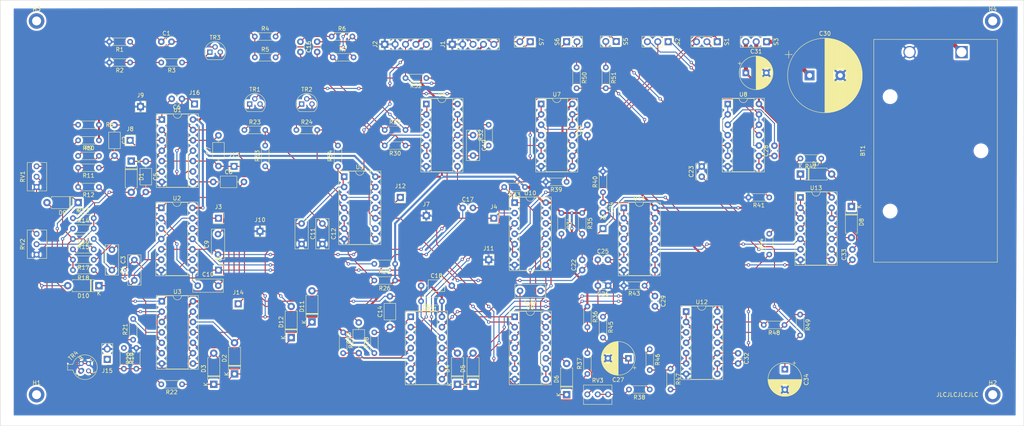
<source format=kicad_pcb>
(kicad_pcb (version 20211014) (generator pcbnew)
  (layers (0 "F.Cu" signal) (31 "B.Cu" signal) (34 "B.Paste" user) (35 "F.Paste" user) (36 "B.SilkS" user "B.Silkscreen") (37 "F.SilkS" user "F.Silkscreen") (38 "B.Mask" user) (39 "F.Mask" user) (44 "Edge.Cuts" user))
  (net 0 "")
  (net 1 "Net-(C1-Pad1)")
  (net 2 "LL")
  (net 3 "Net-(C1-Pad2)")
  (net 4 "FS")
  (net 5 "Net-(C2-Pad2)")
  (net 6 "UL")
  (net 7 "Net-(C3-Pad2)")
  (net 8 "NH")
  (net 9 "+9V")
  (net 10 "Net-(C4-Pad2)")
  (net 11 "BR")
  (net 12 "Net-(C5-Pad2)")
  (net 13 "LS")
  (net 14 "Net-(C6-Pad2)")
  (net 15 "Net-(C7-Pad2)")
  (net 16 "BL")
  (net 17 "Net-(C8-Pad2)")
  (net 18 "CL")
  (net 19 "Net-(C9-Pad2)")
  (net 20 "Net-(R10-Pad2)")
  (net 21 "Earth")
  (net 22 "Net-(C10-Pad2)")
  (net 23 "Net-(C11-Pad1)")
  (net 24 "Net-(C12-Pad1)")
  (net 25 "Net-(C13-Pad1)")
  (net 26 "Net-(C14-Pad1)")
  (net 27 "Net-(C15-Pad1)")
  (net 28 "Net-(C16-Pad2)")
  (net 29 "Net-(D5-Pad2)")
  (net 30 "Net-(C17-Pad2)")
  (net 31 "Net-(C18-Pad1)")
  (net 32 "Net-(D2-Pad2)")
  (net 33 "Net-(D3-Pad2)")
  (net 34 "Net-(D4-Pad2)")
  (net 35 "Net-(C20-Pad1)")
  (net 36 "Net-(D6-Pad2)")
  (net 37 "Net-(C20-Pad2)")
  (net 38 "Net-(C22-Pad2)")
  (net 39 "Net-(C23-Pad1)")
  (net 40 "Net-(C24-Pad2)")
  (net 41 "Net-(C25-Pad2)")
  (net 42 "Net-(C25-Pad1)")
  (net 43 "Net-(C27-Pad1)")
  (net 44 "Net-(C28-Pad1)")
  (net 45 "Net-(C28-Pad2)")
  (net 46 "Net-(C29-Pad1)")
  (net 47 "Net-(C29-Pad2)")
  (net 48 "Net-(C32-Pad1)")
  (net 49 "Net-(C32-Pad2)")
  (net 50 "Net-(C33-Pad1)")
  (net 51 "Net-(C33-Pad2)")
  (net 52 "Net-(C34-Pad1)")
  (net 53 "Net-(D2-Pad1)")
  (net 54 "Net-(D7-Pad1)")
  (net 55 "Net-(D7-Pad2)")
  (net 56 "Net-(D8-Pad2)")
  (net 57 "Net-(D9-Pad2)")
  (net 58 "Net-(D11-Pad1)")
  (net 59 "Net-(D12-Pad1)")
  (net 60 "G")
  (net 61 "H")
  (net 62 "Net-(R3-Pad1)")
  (net 63 "Net-(R4-Pad2)")
  (net 64 "Net-(R5-Pad2)")
  (net 65 "Net-(R8-Pad2)")
  (net 66 "Net-(R9-Pad2)")
  (net 67 "Net-(R15-Pad2)")
  (net 68 "VIDEO")
  (net 69 "Net-(R21-Pad1)")
  (net 70 "Net-(R21-Pad2)")
  (net 71 "Net-(R23-Pad1)")
  (net 72 "F")
  (net 73 "Net-(R24-Pad1)")
  (net 74 "J")
  (net 75 "Net-(R29-Pad1)")
  (net 76 "Net-(R30-Pad2)")
  (net 77 "Net-(R32-Pad2)")
  (net 78 "Net-(R46-Pad2)")
  (net 79 "Net-(R48-Pad1)")
  (net 80 "Net-(TR1-Pad3)")
  (net 81 "A")
  (net 82 "B")
  (net 83 "D")
  (net 84 "C")
  (net 85 "Net-(U7-Pad1)")
  (net 86 "Net-(U8-Pad1)")
  (net 87 "Net-(U10-Pad9)")
  (net 88 "E")
  (net 89 "Net-(U10-Pad11)")
  (net 90 "Net-(U10-Pad10)")
  (net 91 "Net-(U10-Pad3)")
  (net 92 "Net-(U10-Pad4)")
  (net 93 "Net-(U11-Pad1)")
  (net 94 "Net-(U12-Pad1)")
  (net 95 "Net-(U13-Pad1)")
  (net 96 "Net-(C5-Pad1)")
  (net 97 "Net-(C15-Pad2)")
  (net 98 "Net-(C16-Pad1)")
  (net 99 "Net-(C19-Pad1)")
  (net 100 "Net-(C19-Pad2)")
  (net 101 "Net-(C21-Pad1)")
  (net 102 "Net-(C21-Pad2)")
  (net 103 "Net-(C24-Pad1)")
  (net 104 "Net-(R50-Pad1)")
  (net 105 "Net-(R51-Pad1)")
  (net 106 "Net-(S1-Pad1)")
  (net 107 "Net-(S1-Pad3)")
  (net 108 "Net-(S2-Pad1)")
  (net 109 "Net-(S2-Pad3)")
  (net 110 "Net-(BT1-Pad1)")
  (net 111 "Net-(R38-Pad2)")
  (net 112 "Net-(C30-Pad1)")
  (net 113 "Net-(R52-Pad1)")
  (footprint "Connector_PinSocket_2.54mm:PinSocket_1x01_P2.54mm_Vertical" (layer "F.Cu") (at 86.36 68.58)
    (fp_text reference "J13")
    (fp_text value "BL")
  )
  (footprint "Resistor_THT:R_Axial_DIN0204_L3.6mm_D1.6mm_P5.08mm_Horizontal" (layer "F.Cu") (at 101.6 59.69)
    (fp_text reference "R24")
    (fp_text value "47k")
  )
  (footprint "Resistor_THT:R_Axial_DIN0204_L3.6mm_D1.6mm_P5.08mm_Horizontal" (layer "F.Cu") (at 120.65 114.3 90)
    (fp_text reference "R28")
    (fp_text value "22k")
  )
  (footprint "Resistor_THT:R_Axial_DIN0204_L3.6mm_D1.6mm_P5.08mm_Horizontal" (layer "F.Cu") (at 91.44 41.91)
    (fp_text reference "R5")
    (fp_text value "470k")
  )
  (footprint "Connector_PinHeader_2.54mm:PinHeader_1x05_P2.54mm_Vertical" (layer "F.Cu") (at 139.7 38.735 90)
    (fp_text reference "J1")
    (fp_text value "RIGHT CONTROL")
  )
  (footprint "Package_DIP:DIP-14_W7.62mm_Socket" (layer "F.Cu") (at 68.58 78.74)
    (fp_text reference "U2")
    (fp_text value "4011")
  )
  (footprint "Battery:BatteryHolder_Eagle_12BH611-GR" (layer "F.Cu") (at 264.16 40.64 90)
    (fp_text reference "BT1")
    (fp_text value "9V")
  )
  (footprint "Package_DIP:DIP-14_W7.62mm_Socket" (layer "F.Cu") (at 196.86 104.135)
    (fp_text reference "U12")
    (fp_text value "4001")
  )
  (footprint "Capacitor_THT:C_Disc_D3.0mm_W1.6mm_P2.50mm" (layer "F.Cu") (at 68.58 38.1)
    (fp_text reference "C1")
    (fp_text value ".01")
  )
  (footprint "Capacitor_THT:C_Rect_L7.2mm_W3.0mm_P5.00mm_FKS2_FKP2_MKS2_MKP2" (layer "F.Cu") (at 77.51 97.79)
    (fp_text reference "C10")
    (fp_text value ".01")
  )
  (footprint "Capacitor_THT:C_Disc_D3.0mm_W1.6mm_P2.50mm" (layer "F.Cu") (at 172.72 60.96 90)
    (fp_text reference "C21")
    (fp_text value ".01")
  )
  (footprint "Capacitor_THT:C_Axial_L3.8mm_D2.6mm_P7.50mm_Horizontal" (layer "F.Cu") (at 124.46 107.89 90)
    (fp_text reference "C14")
    (fp_text value "100pF")
  )
  (footprint "Potentiometer_THT:Potentiometer_Bourns_3266Y_Vertical" (layer "F.Cu") (at 38.1 68.58 90)
    (fp_text reference "RV1")
    (fp_text value "4.7k")
  )
  (footprint "Diode_THT:D_A-405_P7.62mm_Horizontal" (layer "F.Cu") (at 100.33 110.49 90)
    (fp_text reference "D12")
    (fp_text value "D")
  )
  (footprint "Resistor_THT:R_Axial_DIN0204_L3.6mm_D1.6mm_P5.08mm_Horizontal" (layer "F.Cu") (at 91.44 36.83)
    (fp_text reference "R4")
    (fp_text value "470k")
  )
  (footprint "Resistor_THT:R_Axial_DIN0204_L3.6mm_D1.6mm_P5.08mm_Horizontal" (layer "F.Cu") (at 193.04 118.11 -90)
    (fp_text reference "R47")
    (fp_text value "470k")
  )
  (footprint "Resistor_THT:R_Axial_DIN0204_L3.6mm_D1.6mm_P5.08mm_Horizontal" (layer "F.Cu") (at 53.34 58.42 180)
    (fp_text reference "R8")
    (fp_text value "10k")
  )
  (footprint "Connector_PinHeader_2.54mm:PinHeader_1x03_P2.54mm_Vertical" (layer "F.Cu") (at 216.52 38.1 -90)
    (fp_text reference "S3")
    (fp_text value "Power")
  )
  (footprint "Resistor_THT:R_Axial_DIN0204_L3.6mm_D1.6mm_P5.08mm_Horizontal" (layer "F.Cu") (at 229.87 66.675 180)
    (fp_text reference "R42")
    (fp_text value "470")
  )
  (footprint "Connector_PinSocket_2.54mm:PinSocket_1x01_P2.54mm_Vertical" (layer "F.Cu") (at 82.55 81.28)
    (fp_text reference "J3")
    (fp_text value "FS")
  )
  (footprint "Resistor_THT:R_Axial_DIN0204_L3.6mm_D1.6mm_P5.08mm_Horizontal" (layer "F.Cu") (at 88.9 59.69)
    (fp_text reference "R23")
    (fp_text value "47k")
  )
  (footprint "Connector_PinSocket_2.54mm:PinSocket_1x01_P2.54mm_Vertical" (layer "F.Cu") (at 127 76.2)
    (fp_text reference "J12")
    (fp_text value "D")
  )
  (footprint "Capacitor_THT:C_Disc_D3.0mm_W1.6mm_P2.50mm" (layer "F.Cu") (at 209.55 114.34 -90)
    (fp_text reference "C32")
    (fp_text value ".01")
  )
  (footprint "Resistor_THT:R_Axial_DIN0204_L3.6mm_D1.6mm_P5.08mm_Horizontal" (layer "F.Cu") (at 110.49 41.91)
    (fp_text reference "R7")
    (fp_text value "470k")
  )
  (footprint "Capacitor_THT:C_Disc_D3.0mm_W1.6mm_P2.50mm" (layer "F.Cu") (at 106.68 40.6 90)
    (fp_text reference "C16")
    (fp_text value "0.1")
  )
  (footprint "Capacitor_THT:C_Disc_D3.0mm_W1.6mm_P2.50mm" (layer "F.Cu") (at 73.62 52.07 180)
    (fp_text reference "C6")
    (fp_text value "100pF")
  )
  (footprint "Diode_THT:D_A-405_P7.62mm_Horizontal" (layer "F.Cu") (at 86.48 119.38 90)
    (fp_text reference "D2")
    (fp_text value "D")
  )
  (footprint "Connector_PinSocket_2.54mm:PinSocket_1x01_P2.54mm_Vertical" (layer "F.Cu") (at 133.35 80.645)
    (fp_text reference "J7")
    (fp_text value "GND")
  )
  (footprint "Resistor_THT:R_Axial_DIN0204_L3.6mm_D1.6mm_P5.08mm_Horizontal" (layer "F.Cu") (at 60.96 43.18 180)
    (fp_text reference "R2")
    (fp_text value "22k")
  )
  (footprint "Potentiometer_THT:Potentiometer_Bourns_3266Y_Vertical" (layer "F.Cu") (at 38.1 85.105 90)
    (fp_text reference "RV2")
    (fp_text value "4.7k")
  )
  (footprint "Capacitor_THT:C_Disc_D3.0mm_W1.6mm_P2.50mm" (layer "F.Cu") (at 189.23 100.33 -90)
    (fp_text reference "C29")
    (fp_text value ".01")
  )
  (footprint "Diode_THT:D_A-405_P7.62mm_Horizontal" (layer "F.Cu") (at 144.78 121.92 90)
    (fp_text reference "D5")
    (fp_text value "D")
  )
  (footprint "Resistor_THT:R_Axial_DIN0204_L3.6mm_D1.6mm_P5.08mm_Horizontal" (layer "F.Cu") (at 171.45 80.01 -90)
    (fp_text reference "R35")
    (fp_text value "10k")
  )
  (footprint "Package_DIP:DIP-14_W7.62mm_Socket" (layer "F.Cu") (at 113.284 71.12)
    (fp_text reference "U5")
    (fp_text value "4001")
  )
  (footprint "Resistor_THT:R_Axial_DIN0204_L3.6mm_D1.6mm_P5.08mm_Horizontal" (layer "F.Cu") (at 167.64 72.39 180)
    (fp_text reference "R39")
    (fp_text value "150k")
  )
  (footprint "Resistor_THT:R_Axial_DIN0204_L3.6mm_D1.6mm_P5.08mm_Horizontal" (layer "F.Cu") (at 170.075 44.39 -90)
    (fp_text reference "R50")
    (fp_text value "22k")
  )
  (footprint "Resistor_THT:R_Axial_DIN0204_L3.6mm_D1.6mm_P5.08mm_Horizontal" (layer "F.Cu") (at 220.9025 107.394108 180)
    (fp_text reference "R48")
    (fp_text value "10M")
  )
  (footprint "Package_TO_SOT_THT:TO-72-4" (layer "F.Cu") (at 49.003949 118.636051 45)
    (fp_text reference "TR4")
    (fp_text value "Q_NPN_BCES")
  )
  (footprint "Capacitor_THT:C_Rect_L7.2mm_W3.0mm_P5.00mm_FKS2_FKP2_MKS2_MKP2" (layer "F.Cu") (at 144.78 60.96 -90)
    (fp_text reference "C19")
    (fp_text value ".01")
  )
  (footprint "Resistor_THT:R_Axial_DIN0204_L3.6mm_D1.6mm_P5.08mm_Horizontal" (layer "F.Cu") (at 73.66 43.18 180)
    (fp_text reference "R3")
    (fp_text value "2.2k")
  )
  (footprint "Capacitor_THT:C_Rect_L7.2mm_W3.0mm_P5.00mm_FKS2_FKP2_MKS2_MKP2" (layer "F.Cu") (at 62 96.48 90)
    (fp_text reference "C4")
    (fp_text value ".01")
  )
  (footprint "Package_DIP:DIP-14_W7.62mm_Socket" (layer "F.Cu") (at 68.71 57.145)
    (fp_text reference "U1")
    (fp_text value "4011")
  )
  (footprint "Connector_PinSocket_2.54mm:PinSocket_1x01_P2.54mm_Vertical" (layer "F.Cu") (at 76.708 53.34)
    (fp_text reference "J16")
    (fp_text value "BR")
  )
  (footprint "Capacitor_THT:CP_Radial_D8.0mm_P5.00mm" (layer "F.Cu") (at 220.98 118.247349 -90)
    (fp_text reference "C34")
    (fp_text value "47 16VW")
  )
  (footprint "Connector_PinHeader_2.54mm:PinHeader_1x05_P2.54mm_Vertical" (layer "F.Cu") (at 123.19 38.735 90)
    (fp_text reference "J2")
    (fp_text value "LEFT CONTROL")
  )
  (footprint "Potentiometer_THT:Potentiometer_Bourns_3266Y_Vertical" (layer "F.Cu") (at 177.785 124.385)
    (fp_text reference "RV3")
    (fp_text value "100k LIN SPEED")
  )
  (footprint "Resistor_THT:R_Axial_DIN0204_L3.6mm_D1.6mm_P5.08mm_Horizontal" (layer "F.Cu") (at 133.35 46.99 180)
    (fp_text reference "R52")
    (fp_text value "10k")
  )
  (footprint "Package_DIP:DIP-14_W7.62mm_Socket" (layer "F.Cu") (at 154.95 105.405)
    (fp_text reference "U9")
    (fp_text value "4011")
  )
  (footprint "Capacitor_THT:C_Disc_D3.0mm_W1.6mm_P2.50mm" (layer "F.Cu") (at 237.49 91.44 90)
    (fp_text reference "C33")
    (fp_text value "0.1")
  )
  (footprint "Resistor_THT:R_Axial_DIN0204_L3.6mm_D1.6mm_P5.08mm_Horizontal" (layer "F.Cu") (at 176.53 74.93 90)
    (fp_text reference "R40")
    (fp_text value "10k")
  )
  (footprint "Resistor_THT:R_Axial_DIN0204_L3.6mm_D1.6mm_P5.08mm_Horizontal" (layer "F.Cu") (at 128.27 63.5 180)
    (fp_text reference "R30")
    (fp_text value "10M")
  )
  (footprint "Capacitor_THT:C_Disc_D3.0mm_W1.6mm_P2.50mm" (layer "F.Cu") (at 175.26 91.44)
    (fp_text reference "C25")
    (fp_text value "330pF")
  )
  (footprint "Capacitor_THT:C_Axial_L3.8mm_D2.6mm_P7.50mm_Horizontal" (layer "F.Cu") (at 64.8 67.37 -90)
    (fp_text reference "C5")
    (fp_text value "330pF")
  )
  (footprint "Capacitor_THT:C_Rect_L7.2mm_W3.0mm_P5.00mm_FKS2_FKP2_MKS2_MKP2" (layer "F.Cu") (at 82.44 90.17 90)
    (fp_text reference "C9")
    (fp_text value ".01")
  )
  (footprint "Connector_PinSocket_2.54mm:PinSocket_1x01_P2.54mm_Vertical" (layer "F.Cu") (at 148.59 91.44)
    (fp_text reference "J11")
    (fp_text value "GND")
  )
  (footprint "Connector_PinSocket_2.54mm:PinSocket_1x02_P2.54mm_Vertical" (layer "F.Cu") (at 158.75 38.1 -90)
    (fp_text reference "S7")
    (fp_text value "INTERACTION")
  )
  (footprint "Connector_PinSocket_2.54mm:PinSocket_1x01_P2.54mm_Vertical" (layer "F.Cu") (at 92.71 84.455)
    (fp_text reference "J10")
    (fp_text value "GND")
  )
  (footprint "Capacitor_THT:C_Axial_L3.8mm_D2.6mm_P7.50mm_Horizontal" (layer "F.Cu") (at 81.28 72.39)
    (fp_text reference "C8")
    (fp_text value "330pF")
  )
  (footprint "Resistor_THT:R_Axial_DIN0204_L3.6mm_D1.6mm_P5.08mm_Horizontal" (layer "F.Cu") (at 172.72 119.38 90)
    (fp_text reference "R37")
    (fp_text value "1k")
  )
  (footprint "Connector_PinSocket_2.54mm:PinSocket_1x01_P2.54mm_Vertical" (layer "F.Cu") (at 82.55 93.98)
    (fp_text reference "J5")
    (fp_text value "NH")
  )
  (footprint "Resistor_THT:R_Axial_DIN0204_L3.6mm_D1.6mm_P5.08mm_Horizontal" (layer "F.Cu") (at 187.96 113.35 -90)
    (fp_text reference "R46")
    (fp_text value "470k")
  )
  (footprint "Capacitor_THT:C_Axial_L3.8mm_D2.6mm_P7.50mm_Horizontal" (layer "F.Cu") (at 82.55 68.52 90)
    (fp_text reference "C7")
    (fp_text value "330pF")
  )
  (footprint "Resistor_THT:R_Axial_DIN0204_L3.6mm_D1.6mm_P5.08mm_Horizontal" (layer "F.Cu") (at 187.96 123.19 180)
    (fp_text reference "R38")
    (fp_text value "3.3k")
  )
  (footprint "Resistor_THT:R_Axial_DIN0204_L3.6mm_D1.6mm_P5.08mm_Horizontal" (layer "F.Cu") (at 166.37 80.01 -90)
    (fp_text reference "R34")
    (fp_text value "10k")
  )
  (footprint "Connector_PinHeader_2.54mm:PinHeader_1x03_P2.54mm_Vertical" (layer "F.Cu") (at 204.47 38.1 -90)
    (fp_text reference "S1")
    (fp_text value "Right Bat/Hole")
  )
  (footprint "Resistor_THT:R_Axial_DIN0204_L3.6mm_D1.6mm_P5.08mm_Horizontal" (layer "F.Cu") (at 52.07 93.98 180)
    (fp_text reference "R18")
    (fp_text value "220k")
  )
  (footprint "Capacitor_THT:C_Rect_L7.2mm_W3.0mm_P5.00mm_FKS2_FKP2_MKS2_MKP2" (layer "F.Cu") (at 107.95 82.59 -90)
    (fp_text reference "C12")
    (fp_text value ".0047")
  )
  (footprint "Capacitor_THT:C_Disc_D3.0mm_W1.6mm_P2.50mm" (layer "F.Cu") (at 218.44 66.04 90)
    (fp_text reference "C28")
    (fp_text value ".01")
  )
  (footprint "Resistor_THT:R_Axial_DIN0204_L3.6mm_D1.6mm_P5.08mm_Horizontal" (layer "F.Cu") (at 52.07 91.44 180)
    (fp_text reference "R17")
    (fp_text value "1.2M")
  )
  (footprint "Resistor_THT:R_Axial_DIN0204_L3.6mm_D1.6mm_P5.08mm_Horizontal" (layer "F.Cu") (at 93.98 68.58 90)
    (fp_text reference "R53")
    (fp_text value "10M")
  )
  (footprint "Resistor_THT:R_Axial_DIN0204_L3.6mm_D1.6mm_P5.08mm_Horizontal" (layer "F.Cu") (at 46.99 88.9)
    (fp_text reference "R16")
    (fp_text value "330k")
  )
  (footprint "Capacitor_THT:C_Axial_L3.8mm_D2.6mm_P7.50mm_Horizontal" (layer "F.Cu") (at 132.08 97.79)
    (fp_text reference "C18")
    (fp_text value "100pF")
  )
  (footprint "Connector_PinSocket_2.54mm:PinSocket_1x01_P2.54mm_Vertical" (layer "F.Cu") (at 149.86 81.28)
    (fp_text reference "J4")
    (fp_text value "UL")
  )
  (footprint "Package_DIP:DIP-14_W7.62mm_Socket" (layer "F.Cu") (at 133.35 53.34)
    (fp_text reference "U6")
    (fp_text value "4001")
  )
  (footprint "Package_DIP:DIP-14_W7.62mm_Socket" (layer "F.Cu") (at 181.62 78.735)
    (fp_text reference "U11")
    (fp_text value "4001")
  )
  (footprint "Resistor_THT:R_Axial_DIN0204_L3.6mm_D1.6mm_P5.08mm_Horizontal" (layer "F.Cu") (at 137.16 101.6 180)
    (fp_text reference "R31")
    (fp_text value "22k")
  )
  (footprint "Resistor_THT:R_Axial_DIN0204_L3.6mm_D1.6mm_P5.08mm_Horizontal" (layer "F.Cu") (at 176.53 105.41 -90)
    (fp_text reference "R45")
    (fp_text value "2.2M")
  )
  (footprint "Package_DIP:DIP-14_W7.62mm_Socket" (layer "F.Cu") (at 161.42 53.33)
    (fp_text reference "U7")
    (fp_text value "4001")
  )
  (footprint "Resistor_THT:R_Axial_DIN0204_L3.6mm_D1.6mm_P5.08mm_Horizontal" (layer "F.Cu") (at 46.99 83.82)
    (fp_text reference "R14")
    (fp_text value "22k")
  )
  (footprint "Resistor_THT:R_Axial_DIN0204_L3.6mm_D1.6mm_P5.08mm_Horizontal" (layer "F.Cu") (at 186.69 97.79 180)
    (fp_text reference "R43")
    (fp_text value "47k")
  )
  (footprint "Resistor_THT:R_Axial_DIN0204_L3.6mm_D1.6mm_P5.08mm_Horizontal" (layer "F.Cu") (at 177.225 44.39 -90)
    (fp_text reference "R51")
    (fp_text value "22k")
  )
  (footprint "Diode_THT:D_A-405_P7.62mm_Horizontal" (layer "F.Cu") (at 237.25 78.42 -90)
    (fp_text reference "D8")
    (fp_text value "D")
  )
  (footprint "Capacitor_THT:C_Disc_D3.0mm_W1.6mm_P2.50mm" (layer "F.Cu") (at 171.45 93.98 90)
    (fp_text reference "C22")
    (fp_text value "0.033")
  )
  (footprint "Package_DIP:DIP-14_W7.62mm_Socket" (layer "F.Cu") (at 129.55 105.405)
    (fp_text reference "U4")
    (fp_text value "4011")
  )
  (footprint "Package_DIP:DIP-14_W7.62mm_Socket" (layer "F.Cu") (at 68.7 101.6)
    (fp_text reference "U3")
    (fp_text value "4011")
  )
  (footprint "Package_DIP:DIP-14_W7.62mm_Socket" (layer "F.Cu") (at 154.94 77.47)
    (fp_text reference "U10")
    (fp_text value "4011")
  )
  (footprint "Resistor_THT:R_Axial_DIN0204_L3.6mm_D1.6mm_P5.08mm_Horizontal" (layer "F.Cu") (at 157.48 73.66 180)
    (fp_text reference "R33")
    (fp_text value "10k")
  )
  (footprint "Diode_THT:D_A-405_P7.62mm_Horizontal" (layer "F.Cu") (at 61.24 67.31 -90)
    (fp_text reference "D1")
    (fp_text value "D")
  )
  (footprint "Resistor_THT:R_Axial_DIN0204_L3.6mm_D1.6mm_P5.08mm_Horizontal" (layer "F.Cu") (at 217.17 76.2 180)
    (fp_text reference "R41")
    (fp_text value "150k")
  )
  (footprint "Diode_THT:D_A-405_P7.62mm_Horizontal" (layer "F.Cu") (at 167.64 124.46 90)
    (fp_text reference "D6")
    (fp_text value "D")
  )
  (footprint "Capacitor_THT:C_Axial_L3.8mm_D2.6mm_P7.50mm_Horizontal" (layer "F.Cu") (at 116.84 114.3 90)
    (fp_text reference "C13")
    (fp_text value "100pF")
  )
  (footprint "Resistor_THT:R_Axial_DIN0204_L3.6mm_D1.6mm_P5.08mm_Horizontal" (layer "F.Cu") (at 125.73 96.52 180)
    (fp_text reference "R26")
    (fp_text value "10M")
  )
  (footprint "Resistor_THT:R_Axial_DIN0204_L3.6mm_D1.6mm_P5.08mm_Horizontal" (layer "F.Cu") (at 172.72 102.87 -90)
    (fp_text reference "R36")
    (fp_text value "220k")
  )
  (footprint "Package_TO_SOT_THT:TO-92" (layer "F.Cu") (at 90.17 53.34)
    (fp_text reference "TR1")
    (fp_text value "Q_NPN_BCE")
  )
  (footprint "Diode_THT:D_A-405_P7.62mm_Horizontal" (layer "F.Cu") (at 140.97 121.92 90)
    (fp_text reference "D4")
    (fp_text value "D")
  )
  (footprint "MountingHole:MountingHole_2.2mm_M2_ISO14580_Pad_TopBottom" (layer "F.Cu") (at 38.1 33.02)
    (fp_text reference "H3")
    (fp_text value "MountingHole")
  )
  (footprint "Resistor_THT:R_Axial_DIN0204_L3.6mm_D1.6mm_P5.08mm_Horizontal" (layer "F.Cu") (at 61.703949 111.016051 90)
    (fp_text reference "R21")
    (fp_text value "10k")
  )
  (footprint "Diode_THT:D_A-405_P7.62mm_Horizontal" (layer "F.Cu") (at 53.34 97.79 180)
    (fp_text reference "D10")
    (fp_text value "D")
  )
  (footprint "Package_TO_SOT_THT:TO-92" (layer "F.Cu") (at 102.87 53.34)
    (fp_text reference "TR2")
    (fp_text value "Q_NPN_BCE")
  )
  (footprint "Connector_PinHeader_2.54mm:PinHeader_1x02_P2.54mm_Vertical" (layer "F.Cu") (at 167.64 38.1 90)
    (fp_text reference "S6")
    (fp_text value "Left Wobble")
  )
  (footprint "Connector_PinSocket_2.54mm:PinSocket_1x02_P2.54mm_Vertical" (layer "F.Cu") (at 55.372 115.824 180)
    (fp_text reference "J15")
    (fp_text value "Video")
  )
  (footprint "Resistor_THT:R_Axial_DIN0204_L3.6mm_D1.6mm_P5.08mm_Horizontal" (layer "F.Cu") (at 148.59 63.5 90)
    (fp_text reference "R32")
    (fp_text value "47k")
  )
  (footprint "Resistor_THT:R_Axial_DIN0204_L3.6mm_D1.6mm_P5.08mm_Horizontal" (layer "F.Cu") (at 52.07 86.36 180)
    (fp_text reference "R15")
    (fp_text value "33k")
  )
  (footprint "Package_TO_SOT_THT:TO-92" (layer "F.Cu") (at 80.455732 40.64)
    (fp_text reference "TR3")
    (fp_text value "BC558")
  )
  (footprint "Resistor_THT:R_Axial_DIN0204_L3.6mm_D1.6mm_P5.08mm_Horizontal" (layer "F.Cu") (at 53.34 68.93 180)
    (fp_text reference "R11")
    (fp_text value "33k")
  )
  (footprint "Resistor_THT:R_Axial_DIN0204_L3.6mm_D1.6mm_P5.08mm_Horizontal" (layer "F.Cu") (at 217.17 90.17 90)
    (fp_text reference "R44")
    (fp_text value "10M")
  )
  (footprint "Diode_THT:D_A-405_P7.62mm_Horizontal" (layer "F.Cu") (at 48.26 77.47 180)
    (fp_text reference "D9")
    (fp_text value "D")
  )
  (footprint "MountingHole:MountingHole_2.2mm_M2_ISO14580_Pad_TopBottom" (layer "F.Cu") (at 271.78 33.02)
    (fp_text reference "H4")
    (fp_text value "MountingHole")
  )
  (footprint "Capacitor_THT:C_Rect_L7.2mm_W3.0mm_P5.00mm_FKS2_FKP2_MKS2_MKP2" (layer "F.Cu") (at 161.25 99.06 180)
    (fp_text reference "C20")
    (fp_text value "220pF")
  )
  (footprint "Resistor_THT:R_Axial_DIN0204_L3.6mm_D1.6mm_P5.08mm_Horizontal" (layer "F.Cu") (at 60.96 38.1 180)
    (fp_text reference "R1")
    (fp_text value "390k")
  )
  (footprint "Resistor_THT:R_Axial_DIN0204_L3.6mm_D1.6mm_P5.08mm_Horizontal" (layer "F.Cu") (at 59.436 113.03 -90)
    (fp_text reference "R19")
    (fp_text value "10k")
  )
  (footprint "Resistor_THT:R_Axial_DIN0204_L3.6mm_D1.6mm_P5.08mm_Horizontal" (layer "F.Cu") (at 224.7125 104.854108 -90)
    (fp_text reference "R49")
    (fp_text value "10k")
  )
  (footprint "Resistor_THT:R_Axial_DIN0204_L3.6mm_D1.6mm_P5.08mm_Horizontal" (layer "F.Cu") (at 73.66 121.92 180)
    (fp_text reference "R22")
    (fp_text value "1k")
  )
  (footprint "Resistor_THT:R_Axial_DIN0204_L3.6mm_D1.6mm_P5.08mm_Horizontal" (layer "F.Cu") (at 53.34 62.23 180)
    (fp_text reference "R9")
    (fp_text value "10k")
  )
  (footprint "Connector_PinSocket_2.54mm:PinSocket_1x01_P2.54mm_Vertical" (layer "F.Cu") (at 176.53 83.82)
    (fp_text reference "J6")
    (fp_text value "LL")
  )
  (footprint "Resistor_THT:R_Axial_DIN0204_L3.6mm_D1.6mm_P5.08mm_Horizontal" (layer "F.Cu") (at 111.76 68.58 90)
    (fp_text reference "R54")
    (fp_text value "10M")
  )
  (footprint "Connector_PinSocket_2.54mm:PinSocket_1x01_P2.54mm_Vertical" (layer "F.Cu") (at 60.96 62.23)
    (fp_text reference "J8")
    (fp_text value "LS")
  )
  (footprint "Capacitor_THT:C_Rect_L7.2mm_W3.0mm_P5.00mm_FKS2_FKP2_MKS2_MKP2" (layer "F.Cu") (at 56.515 88.98 -90)
    (fp_text reference "C3")
    (fp_text value ".01")
  )
  (footprint "Resistor_THT:R_Axial_DIN0204_L3.6mm_D1.6mm_P5.08mm_Horizontal" (layer "F.Cu") (at 46.99 81.28)
    (fp_text reference "R13")
    (fp_text value "47k")
  )
  (footprint "Connector_PinHeader_2.54mm:PinHeader_1x02_P2.54mm_Vertical" (layer "F.Cu") (at 179.765 38.04 -90)
    (fp_text reference "S5")
    (fp_text value "Right Wobble")
  )
  (footprint "Resistor_THT:R_Axial_DIN0204_L3.6mm_D1.6mm_P5.08mm_Horizontal" (layer "F.Cu") (at 48.26 66.04)
    (fp_text reference "R10")
    (fp_text value "33k")
  )
  (footprint "Package_DIP:DIP-14_W7.62mm_Socket" (layer "F.Cu") (at 224.8 76.2)
    (fp_text reference "U13")
    (fp_text value "4001")
  )
  (footprint "Resistor_THT:R_Axial_DIN0204_L3.6mm_D1.6mm_P5.08mm_Horizontal" (layer "F.Cu") (at 110.205732 36.822)
    (fp_text reference "R6")
    (fp_text value "470k")
  )
  (footprint "Resistor_THT:R_Axial_DIN0204_L3.6mm_D1.6mm_P5.08mm_Horizontal" (layer "F.Cu") (at 62.484 118.11 90)
    (fp_text reference "R20")
    (fp_text value "3.3k")
  )
  (footprint "Capacitor_THT:C_Disc_D3.0mm_W1.6mm_P2.50mm" (layer "F.Cu") (at 176.53 77.47 -90)
    (fp_text reference "C24")
    (fp_text value "100pF")
  )
  (footprint "Connector_PinHeader_2.54mm:PinHeader_1x03_P2.54mm_Vertical" (layer "F.Cu") (at 192.465 38.1 -90)
    (fp_text reference "S2")
    (fp_text value "Left Bat/Hole")
  )
  (footprint "Capacitor_THT:C_Disc_D3.0mm_W1.6mm_P2.50mm" (layer "F.Cu") (at 177.8 97.79 180)
    (fp_text reference "C26")
    (fp_text value "330pF")
  )
  (footprint "Capacitor_THT:C_Axial_L3.8mm_D2.6mm_P7.50mm_Horizontal" (layer "F.Cu") (at 57.15 58.48 -90)
    (fp_text reference "C2")
    (fp_text value "330pF")
  )
  (footprint "Resistor_THT:R_Axial_DIN0204_L3.6mm_D1.6mm_P5.08mm_Horizontal" (layer "F.Cu") (at 125.73 92.456 180)
    (fp_text reference "R25")
    (fp_text value "10M")
  )
  (footprint "Capacitor_THT:C_Rect_L7.2mm_W3.0mm_P5.00mm_FKS2_FKP2_MKS2_MKP2" (layer "F.Cu") (at 102.87 82.59 -90)
    (fp_text reference "C11")
    (fp_text value ".0047")
  )
  (footprint "Diode_THT:D_A-405_P7.62mm_Horizontal" (layer "F.Cu") (at 81.4 121.92 90)
    (fp_text reference "D3")
    (fp_text value "D")
  )
  (footprint "MountingHole:MountingHole_2.2mm_M2_ISO14580_Pad_TopBottom" (layer "F.Cu") (at 271.78 124.46)
    (fp_text reference "H2")
    (fp_text value "MountingHole")
  )
  (footprint "Resistor_THT:R_Axial_DIN0204_L3.6mm_D1.6mm_P5.08mm_Horizontal" (layer "F.Cu") (at 113.03 109.22 -90)
    (fp_text reference "R27")
    (fp_text value "22k")
  )
  (footprint "Connector_PinSocket_2.54mm:PinSocket_1x01_P2.54mm_Vertical" (layer "F.Cu") (at 87.376 102.235)
    (fp_text reference "J14")
    (fp_text value "CL")
  )
  (footprint "Diode_THT:D_A-405_P7.62mm_Horizontal" (layer "F.Cu") (at 105.41 106.68 90)
    (fp_text reference "D11")
    (fp_text value "D")
  )
  (footprint "Resistor_THT:R_Axial_DIN0204_L3.6mm_D1.6mm_P5.08mm_Horizontal" (layer "F.Cu") (at 53.34 73.66 180)
    (fp_text reference "R12")
    (fp_text value "56k")
  )
  (footprint "Package_DIP:DIP-14_W7.62mm_Socket" (layer "F.Cu") (at 207.02 53.335)
    (fp_text reference "U8")
    (fp_text value "4001")
  )
  (footprint "Capacitor_THT:CP_Radial_D18.0mm_P7.50mm" (layer "F.Cu") (at 227.02722 46.355)
    (fp_text reference "C30")
    (fp_text value "2200 16VW")
  )
  (footprint "Capacitor_THT:C_Disc_D3.0mm_W1.6mm_P2.50mm" (layer "F.Cu") (at 102.585732 38.1 -90)
    (fp_text reference "C15")
    (fp_text value "0.1")
  )
  (footprint "Capacitor_THT:C_Disc_D3.8mm_W2.6mm_P2.50mm" (layer "F.Cu") (at 200.66 71.12 90)
    (fp_text reference "C23")
    (fp_text value "1uF TANTALUM")
  )
  (footprint "Diode_THT:D_A-405_P7.62mm_Horizontal" (layer "F.Cu") (at 224.79 70.485)
    (fp_text reference "D7")
    (fp_text value "D")
  )
  (footprint "Capacitor_THT:C_Disc_D3.0mm_W1.6mm_P2.50mm" (layer "F.Cu") (at 142.24 78.74)
    (fp_text reference "C17")
    (fp_text value "0.033")
  )
  (footprint "Connector_PinSocket_2.54mm:PinSocket_1x01_P2.54mm_Vertical" (layer "F.Cu") (at 63.5 53.975)
    (fp_text reference "J9")
    (fp_text value "GND")
  )
  (footprint "Capacitor_THT:CP_Radial_D8.0mm_P5.00mm" (layer "F.Cu") (at 211.455 45.72)
    (fp_text reference "C31")
    (fp_text value "22 16VW")
  )
  (footprint "Capacitor_THT:CP_Radial_D8.0mm_P5.00mm" (layer "F.Cu") (at 182.742651 115.57 180)
    (fp_text reference "C27")
    (fp_text value "220 16VW")
  )
  (footprint "MountingHole:MountingHole_2.2mm_M2_ISO14580_Pad_TopBottom" (layer "F.Cu") (at 38.1 124.46)
    (fp_text reference "H1")
    (fp_text value "MountingHole")
  )
  (footprint "Resistor_THT:R_Axial_DIN0204_L3.6mm_D1.6mm_P5.08mm_Horizontal" (layer "B.Cu") (at 128.27 59.69 180)
    (fp_text reference "R29")
    (fp_text value "10M")
  )
  (gr_rect (start 279.4 132.08) (end 29.21 27.94) (layer "Edge.Cuts") (width 0.1) (fill none))
  (gr_text "JLCJLCJLCJLC" (at 263.144 124.46) (layer "F.SilkS") (effects (font (size 1 1))))
  (segment (start 190.5 124.46) (end 190.5 121.92) (width 0.25) (layer "F.Cu") (net 1))
  (segment (start 91.44 41.91) (end 91.44 36.83) (width 0.25) (layer "F.Cu") (net 1))
  (segment (start 59.69 43.18) (end 59.69 41.91) (width 0.25) (layer "F.Cu") (net 1))
  (segment (start 59.69 43.18) (end 60.96 43.18) (width 0.25) (layer "F.Cu") (net 1))
  (segment (start 90.17 35.56) (end 91.44 36.83) (width 0.25) (layer "F.Cu") (net 1))
  (segment (start 68.58 38.1) (end 67.31 36.83) (width 0.25) (layer "F.Cu") (net 1))
  (segment (start 68.58 38.1) (end 71.12 35.56) (width 0.25) (layer "F.Cu") (net 1))
  (segment (start 59.69 36.83) (end 59.69 41.91) (width 0.25) (layer "F.Cu") (net 1))
  (segment (start 44.45 121.92) (end 49.53 127) (width 0.25) (layer "F.Cu") (net 1))
  (segment (start 35.56 67.31) (end 59.69 43.18) (width 0.25) (layer "F.Cu") (net 1))
  (segment (start 71.12 35.56) (end 90.17 35.56) (width 0.25) (layer "F.Cu") (net 1))
  (segment (start 189.23 120.65) (end 187.96 120.65) (width 0.25) (layer "F.Cu") (net 1))
  (segment (start 187.96 120.65) (end 185.42 118.11) (width 0.25) (layer "F.Cu") (net 1))
  (segment (start 185.42 115.89) (end 187.96 113.35) (width 0.25) (layer "F.Cu") (net 1))
  (segment (start 39.37 97.79) (end 39.37 100.33) (width 0.25) (layer "F.Cu") (net 1))
  (segment (start 190.5 121.92) (end 189.23 120.65) (width 0.25) (layer "F.Cu") (net 1))
  (segment (start 39.37 100.33) (end 44.45 105.41) (width 0.25) (layer "F.Cu") (net 1))
  (segment (start 61.285732 43.18) (end 60.295783 43.18) (width 0.25) (layer "F.Cu") (net 1))
  (segment (start 68.905732 43.18) (end 61.285732 43.18) (width 0.25) (layer "F.Cu") (net 1))
  (segment (start 67.31 36.83) (end 59.69 36.83) (width 0.25) (layer "F.Cu") (net 1))
  (segment (start 187.96 127) (end 190.5 124.46) (width 0.25) (layer "F.Cu") (net 1))
  (segment (start 44.45 105.41) (end 44.45 121.92) (width 0.25) (layer "F.Cu") (net 1))
  (segment (start 35.56 92.71) (end 35.56 67.31) (width 0.25) (layer "F.Cu") (net 1))
  (segment (start 185.42 118.11) (end 185.42 115.89) (width 0.25) (layer "F.Cu") (net 1))
  (segment (start 49.53 127) (end 187.96 127) (width 0.25) (layer "F.Cu") (net 1))
  (segment (start 39.37 97.79) (end 35.56 92.71) (width 0.25) (layer "F.Cu") (net 1))
  (via (at 39.37 97.79) (size 0.8) (drill 0.4) (layers "F.Cu" "B.Cu") (net 1))
  (segment (start 45.72 97.79) (end 39.37 97.79) (width 0.25) (layer "B.Cu") (net 1))
  (segment (start 201.93 86.36) (end 212.09 86.36) (width 0.25) (layer "F.Cu") (net 2))
  (segment (start 156.21 96.52) (end 146.05 96.52) (width 0.25) (layer "F.Cu") (net 2))
  (segment (start 95.25 92.71) (end 99.06 92.71) (width 0.25) (layer "F.Cu") (net 2))
  (segment (start 99.06 92.71) (end 100.33 93.98) (width 0.25) (layer "F.Cu") (net 2))
  (segment (start 100.33 93.98) (end 116.84 93.98) (width 0.25) (layer "F.Cu") (net 2))
  (segment (start 173.99 86.36) (end 176.53 83.82) (width 0.25) (layer "F.Cu") (net 2))
  (segment (start 173.99 91.44) (end 173.99 86.36) (width 0.25) (layer "F.Cu") (net 2))
  (segment (start 191.77 76.2) (end 201.93 86.36) (width 0.25) (layer "F.Cu") (net 2))
  (segment (start 73.66 86.24) (end 73.66 86.36) (width 0.25) (layer "F.Cu") (net 2))
  (segment (start 212.09 86.36) (end 214.63 88.9) (width 0.25) (layer "F.Cu") (net 2))
  (segment (start 138.43 93.98) (end 124.46 93.98) (width 0.25) (layer "F.Cu") (net 2))
  (segment (start 140.97 96.52) (end 138.43 93.98) (width 0.25) (layer "F.Cu") (net 2))
  (segment (start 68.7 81.28) (end 73.66 86.24) (width 0.25) (layer "F.Cu") (net 2))
  (segment (start 73.66 86.36) (end 76.32 86.36) (width 0.25) (layer "F.Cu") (net 2))
  (segment (start 64.39 81.28) (end 56.69 88.98) (width 0.25) (layer "F.Cu") (net 2))
  (segment (start 68.7 81.28) (end 64.39 81.28) (width 0.25) (layer "F.Cu") (net 2))
  (segment (start 171.45 93.98) (end 173.99 91.44) (width 0.25) (layer "F.Cu") (net 2))
  (via (at 156.21 96.52) (size 0.8) (drill 0.4) (layers "F.Cu" "B.Cu") (net 2))
  (via (at 116.84 93.98) (size 0.8) (drill 0.4) (layers "F.Cu" "B.Cu") (net 2))
  (via (at 146.05 96.52) (size 0.8) (drill 0.4) (layers "F.Cu" "B.Cu") (net 2))
  (via (at 140.97 96.52) (size 0.8) (drill 0.4) (layers "F.Cu" "B.Cu") (net 2))
  (via (at 191.77 76.2) (size 0.8) (drill 0.4) (layers "F.Cu" "B.Cu") (net 2))
  (via (at 124.46 93.98) (size 0.8) (drill 0.4) (layers "F.Cu" "B.Cu") (net 2))
  (via (at 214.63 88.9) (size 0.8) (drill 0.4) (layers "F.Cu" "B.Cu") (net 2))
  (via (at 146.05 96.52) (size 0.8) (drill 0.4) (layers "F.Cu" "B.Cu") (net 2))
  (via (at 95.25 92.71) (size 0.8) (drill 0.4) (layers "F.Cu" "B.Cu") (net 2))
  (segment (start 82.55 92.71) (end 76.2 86.36) (width 0.25) (layer "B.Cu") (net 2))
  (segment (start 95.25 92.71) (end 82.55 92.71) (width 0.25) (layer "B.Cu") (net 2))
  (segment (start 146.05 96.52) (end 140.97 96.52) (width 0.25) (layer "B.Cu") (net 2))
  (segment (start 224.8 88.9) (end 214.63 88.9) (width 0.25) (layer "B.Cu") (net 2))
  (segment (start 181.61 76.2) (end 191.77 76.2) (width 0.25) (layer "B.Cu") (net 2))
  (segment (start 171.45 93.98) (end 168.91 96.52) (width 0.25) (layer "B.Cu") (net 2))
  (segment (start 179.07 81.28) (end 179.07 78.74) (width 0.25) (layer "B.Cu") (net 2))
  (segment (start 176.53 83.82) (end 179.07 81.28) (width 0.25) (layer "B.Cu") (net 2))
  (segment (start 168.91 96.52) (end 156.21 96.52) (width 0.25) (layer "B.Cu") (net 2))
  (segment (start 179.07 78.74) (end 181.61 76.2) (width 0.25) (layer "B.Cu") (net 2))
  (segment (start 124.46 93.98) (end 116.84 93.98) (width 0.25) (layer "B.Cu") (net 2))
  (segment (start 81.725732 39.37) (end 73.985732 39.37) (width 0.25) (layer "F.Cu") (net 3))
  (segment (start 62.23 39.37) (end 60.96 38.1) (width 0.25) (layer "F.Cu") (net 3))
  (segment (start 72.715732 38.1) (end 71.08 38.1) (width 0.25) (layer "F.Cu") (net 3))
  (segment (start 71.08 38.1) (end 69.85 39.33) (width 0.25) (layer "F.Cu") (net 3))
  (segment (start 69.85 39.37) (end 62.23 39.37) (width 0.25) (layer "F.Cu") (net 3))
  (segment (start 73.985732 39.37) (end 72.715732 38.1) (width 0.25) (layer "F.Cu") (net 3))
  (segment (start 69.85 39.33) (end 69.85 39.37) (width 0.25) (layer "F.Cu") (net 3))
  (segment (start 64.89 110.49) (end 68.7 114.3) (width 0.25) (layer "F.Cu") (net 4))
  (segment (start 64.77 110.49) (end 64.89 110.49) (width 0.25) (layer "F.Cu") (net 4))
  (segment (start 62.23 96.52) (end 60.96 97.79) (width 0.25) (layer "F.Cu") (net 4))
  (segment (start 64.77 101.6) (end 64.77 110.49) (width 0.25) (layer "F.Cu") (net 4))
  (segment (start 62 96.48) (end 62.19 96.48) (width 0.25) (layer "F.Cu") (net 4))
  (segment (start 60.96 97.79) (end 53.34 97.79) (width 0.25) (layer "F.Cu") (net 4))
  (segment (start 60.96 97.79) (end 64.77 101.6) (width 0.25) (layer "F.Cu") (net 4))
  (segment (start 62.19 96.48) (end 62.23 96.52) (width 0.25) (layer "F.Cu") (net 4))
  (segment (start 82.55 81.28) (end 76.32 81.28) (width 0.25) (layer "F.Cu") (net 4))
  (segment (start 73.66 81.28) (end 76.2 81.28) (width 0.25) (layer "B.Cu") (net 4))
  (segment (start 65.405 89.535) (end 65.405 91.44) (width 0.25) (layer "B.Cu") (net 4))
  (segment (start 62 94.845) (end 62 96.48) (width 0.25) (layer "B.Cu") (net 4))
  (segment (start 68.58 86.36) (end 65.405 89.535) (width 0.25) (layer "B.Cu") (net 4))
  (segment (start 65.405 91.44) (end 62 94.845) (width 0.25) (layer "B.Cu") (net 4))
  (segment (start 68.58 86.36) (end 73.66 81.28) (width 0.25) (layer "B.Cu") (net 4))
  (segment (start 68.71 69.845) (end 68.585 69.845) (width 0.25) (layer "F.Cu") (net 5))
  (segment (start 54.2 68.93) (end 53.34 68.93) (width 0.25) (layer "F.Cu") (net 5))
  (segment (start 68.585 69.845) (end 68.58 69.85) (width 0.25) (layer "F.Cu") (net 5))
  (segment (start 57.15 65.98) (end 54.2 68.93) (width 0.25) (layer "F.Cu") (net 5))
  (segment (start 60.96 69.85) (end 57.15 65.98) (width 0.25) (layer "F.Cu") (net 5))
  (segment (start 68.58 69.85) (end 60.96 69.85) (width 0.25) (layer "F.Cu") (net 5))
  (segment (start 111.76 90.17) (end 95.25 90.17) (width 0.25) (layer "F.Cu") (net 6))
  (segment (start 82.44 90.17) (end 82.55 90.17) (width 0.25) (layer "F.Cu") (net 6))
  (segment (start 116.84 88.9) (end 115.57 90.17) (width 0.25) (layer "F.Cu") (net 6))
  (segment (start 76.32 88.9) (end 68.7 88.9) (width 0.25) (layer "F.Cu") (net 6))
  (segment (start 139.7 81.28) (end 149.86 81.28) (width 0.25) (layer "F.Cu") (net 6))
  (segment (start 82.55 90.17) (end 81.28 88.9) (width 0.25) (layer "F.Cu") (net 6))
  (segment (start 132.08 88.9) (end 116.84 88.9) (width 0.25) (layer "F.Cu") (net 6))
  (segment (start 137.16 83.82) (end 139.7 81.28) (width 0.25) (layer "F.Cu") (net 6))
  (segment (start 81.28 88.9) (end 76.32 88.9) (width 0.25) (layer "F.Cu") (net 6))
  (via (at 132.08 88.9) (size 0.8) (drill 0.4) (layers "F.Cu" "B.Cu") (net 6))
  (via (at 95.25 90.17) (size 0.8) (drill 0.4) (layers "F.Cu" "B.Cu") (net 6))
  (via (at 115.57 90.17) (size 0.8) (drill 0.4) (layers "F.Cu" "B.Cu") (net 6))
  (via (at 111.76 90.17) (size 0.8) (drill 0.4) (layers "F.Cu" "B.Cu") (net 6))
  (via (at 137.16 83.82) (size 0.8) (drill 0.4) (layers "F.Cu" "B.Cu") (net 6))
  (segment (start 137.16 83.82) (end 132.08 88.9) (width 0.25) (layer "B.Cu") (net 6))
  (segment (start 115.57 90.17) (end 111.76 90.17) (width 0.25) (layer "B.Cu") (net 6))
  (segment (start 151.13 80.01) (end 154.435 80.01) (width 0.25) (layer "B.Cu") (net 6))
  (segment (start 95.25 90.17) (end 82.44 90.17) (width 0.25) (layer "B.Cu") (net 6))
  (segment (start 149.86 81.28) (end 151.13 80.01) (width 0.25) (layer "B.Cu") (net 6))
  (segment (start 68.58 91.44) (end 64.135 91.44) (width 0.25) (layer "F.Cu") (net 7))
  (segment (start 64.135 91.44) (end 62.865 90.17) (width 0.25) (layer "F.Cu") (net 7))
  (segment (start 62.865 90.17) (end 60.325 90.17) (width 0.25) (layer "F.Cu") (net 7))
  (segment (start 60.325 90.17) (end 56.515 93.98) (width 0.25) (layer "F.Cu") (net 7))
  (segment (start 54.55 88.9) (end 54.61 88.9) (width 0.25) (layer "B.Cu") (net 7))
  (segment (start 54.61 88.9) (end 54.61 92.075) (width 0.25) (layer "B.Cu") (net 7))
  (segment (start 54.55 88.9) (end 52.39 86.74) (width 0.25) (layer "B.Cu") (net 7))
  (segment (start 54.61 92.075) (end 56.515 93.98) (width 0.25) (layer "B.Cu") (net 7))
  (segment (start 76.32 93.98) (end 82.55 93.98) (width 0.25) (layer "F.Cu") (net 8))
  (segment (start 95.25 93.98) (end 97.79 93.98) (width 0.25) (layer "F.Cu") (net 8))
  (segment (start 104.14 100.33) (end 119.38 100.33) (width 0.25) (layer "F.Cu") (net 8))
  (segment (start 77.51 97.79) (end 77.47 97.79) (width 0.25) (layer "F.Cu") (net 8))
  (segment (start 97.79 93.98) (end 104.14 100.33) (width 0.25) (layer "F.Cu") (net 8))
  (segment (start 125.73 90.17) (end 133.35 90.17) (width 0.25) (layer "F.Cu") (net 8))
  (segment (start 119.38 100.33) (end 121.92 97.79) (width 0.25) (layer "F.Cu") (net 8))
  (segment (start 140.97 77.47) (end 142.24 78.74) (width 0.25) (layer "F.Cu") (net 8))
  (segment (start 121.92 93.98) (end 125.73 90.17) (width 0.25) (layer "F.Cu") (net 8))
  (segment (start 72.39 87.51) (end 72.39 87.63) (width 0.25) (layer "F.Cu") (net 8))
  (segment (start 121.92 97.79) (end 121.92 93.98) (width 0.25) (layer "F.Cu") (net 8))
  (segment (start 140.97 68.58) (end 140.97 77.47) (width 0.25) (layer "F.Cu") (net 8))
  (segment (start 68.7 83.82) (end 72.39 87.51) (width 0.25) (layer "F.Cu") (net 8))
  (via (at 133.35 90.17) (size 0.8) (drill 0.4) (layers "F.Cu" "B.Cu") (net 8))
  (via (at 142.24 78.74) (size 0.8) (drill 0.4) (layers "F.Cu" "B.Cu") (net 8))
  (via (at 68.7 83.82) (size 0.8) (drill 0.4) (layers "F.Cu" "B.Cu") (net 8))
  (via (at 95.25 93.98) (size 0.8) (drill 0.4) (layers "F.Cu" "B.Cu") (net 8))
  (via (at 72.39 87.63) (size 0.8) (drill 0.4) (layers "F.Cu" "B.Cu") (net 8))
  (segment (start 72.39 91.44) (end 74.93 93.98) (width 0.25) (layer "B.Cu") (net 8))
  (segment (start 77.51 97.79) (end 76.24 96.52) (width 0.25) (layer "B.Cu") (net 8))
  (segment (start 72.39 87.63) (end 72.39 91.44) (width 0.25) (layer "B.Cu") (net 8))
  (segment (start 68.58 83.82) (end 68.7 83.82) (width 0.25) (layer "B.Cu") (net 8))
  (segment (start 142.24 78.74) (end 142.24 81.28) (width 0.25) (layer "B.Cu") (net 8))
  (segment (start 82.55 93.98) (end 95.25 93.98) (width 0.25) (layer "B.Cu") (net 8))
  (segment (start 142.24 81.28) (end 133.35 90.17) (width 0.25) (layer "B.Cu") (net 8))
  (segment (start 74.93 93.98) (end 76.32 93.98) (width 0.25) (layer "B.Cu") (net 8))
  (segment (start 76.2 96.52) (end 76.2 93.98) (width 0.25) (layer "B.Cu") (net 8))
  (segment (start 173.99 77.47) (end 173.99 74.93) (width 0.5) (layer "F.Cu") (net 9))
  (segment (start 136.525 39.37) (end 133.985 36.83) (width 0.5) (layer "F.Cu") (net 9))
  (segment (start 125.73 96.52) (end 119.38 102.87) (width 0.5) (layer "F.Cu") (net 9))
  (segment (start 66.04 116.84) (end 67.31 118.11) (width 0.5) (layer "F.Cu") (net 9))
  (segment (start 137.16 40.64) (end 145.645 40.64) (width 0.5) (layer "F.Cu") (net 9))
  (segment (start 53.34 57.15) (end 60.96 49.53) (width 0.5) (layer "F.Cu") (net 9))
  (segment (start 211.44 40.625) (end 211.455 40.64) (width 1) (layer "F.Cu") (net 9))
  (segment (start 189.24 78.735) (end 189.235 78.735) (width 0.25) (layer "F.Cu") (net 9))
  (segment (start 72.39 105.53) (end 76.32 101.6) (width 0.5) (layer "F.Cu") (net 9))
  (segment (start 163.509 70.679) (end 166.624 67.564) (width 0.5) (layer "F.Cu") (net 9))
  (segment (start 172.72 102.87) (end 172.72 97.79) (width 0.5) (layer "F.Cu") (net 9))
  (segment (start 132.70835 41.26835) (end 133.35 40.64) (width 0.5) (layer "F.Cu") (net 9))
  (segment (start 132.08 41.896701) (end 132.70835 41.26835) (width 0.5) (layer "F.Cu") (net 9))
  (segment (start 102.87 105.41) (end 101.6 106.68) (width 0.5) (layer "F.Cu") (net 9))
  (segment (start 184.165 73.66) (end 189.24 78.735) (width 0.5) (layer "F.Cu") (net 9))
  (segment (start 79.248 52.324) (end 79.248 55.88) (width 0.5) (layer "F.Cu") (net 9))
  (segment (start 140.97 53.34) (end 137.16 53.34) (width 0.5) (layer "F.Cu") (net 9))
  (segment (start 72.39 118.11) (end 72.39 105.53) (width 0.5) (layer "F.Cu") (net 9))
  (segment (start 168.91 93.98) (end 168.91 83.82) (width 0.5) (layer "F.Cu") (net 9))
  (segment (start 145.645 40.64) (end 147.325 38.96) (width 0.5) (layer "F.Cu") (net 9))
  (segment (start 166.998 55.506) (end 166.624 55.88) (width 0.5) (layer "F.Cu") (net 9))
  (segment (start 161.477 70.679) (end 163.509 70.679) (width 0.5) (layer "F.Cu") (net 9))
  (segment (start 204.48 93.99) (end 204.48 104.135) (width 0.5) (layer "F.Cu") (net 9))
  (segment (start 189.23 78.74) (end 204.48 93.99) (width 0.5) (layer "F.Cu") (net 9))
  (segment (start 101.6 106.68) (end 82.55 106.68) (width 0.5) (layer "F.Cu") (net 9))
  (segment (start 228.6 71.755) (end 226.695 69.85) (width 0.5) (layer "F.Cu") (net 9))
  (segment (start 189.235 78.735) (end 189.23 78.74) (width 0.25) (layer "F.Cu") (net 9))
  (segment (start 166.998 55.372) (end 169.04 53.33) (width 0.5) (layer "F.Cu") (net 9))
  (segment (start 166.37 80.01) (end 163.83 77.47) (width 0.5) (layer "F.Cu") (net 9))
  (segment (start 217.17 78.74) (end 209.55 78.74) (width 0.5) (layer "F.Cu") (net 9))
  (segment (start 60.96 49.53) (end 76.2 49.53) (width 0.5) (layer "F.Cu") (net 9))
  (segment (start 77.465 57.145) (end 76.33 57.145) (width 0.5) (layer "F.Cu") (net 9))
  (segment (start 53.34 62.23) (end 53.34 58.42) (width 0.5) (layer "F.Cu") (net 9))
  (segment (start 82.995732 42.734268) (end 82.995732 40.64) (width 0.5) (layer "F.Cu") (net 9))
  (segment (start 171.45 80.01) (end 173.99 77.47) (width 0.5) (layer "F.Cu") (net 9))
  (segment (start 219.715 58.42) (end 219.715 76.195) (width 0.5) (layer "F.Cu") (net 9))
  (segment (start 137.16 71.12) (end 137.16 53.34) (width 0.5) (layer "F.Cu") (net 9))
  (segment (start 226.695 65.405) (end 219.71 58.42) (width 0.5) (layer "F.Cu") (net 9))
  (segment (start 158.245 73.66) (end 157.48 73.66) (width 0.5) (layer "F.Cu") (net 9))
  (segment (start 119.38 106.68) (end 116.84 109.22) (width 0.5) (layer "F.Cu") (net 9))
  (segment (start 162.055 77.47) (end 158.3705 73.7855) (width 0.5) (layer "F.Cu") (net 9))
  (segment (start 137.16 101.6) (end 137.16 100.610051) (width 0.5) (layer "F.Cu") (net 9))
  (segment (start 137.16 53.34) (end 132.08 48.26) (width 0.5) (layer "F.Cu") (net 9))
  (segment (start 133.985 36.83) (end 132.715 36.83) (width 0.5) (layer "F.Cu") (net 9))
  (segment (start 226.695 69.85) (end 226.695 65.405) (width 0.5) (layer "F.Cu") (net 9))
  (segment (start 59.163949 116.84) (end 66.04 116.84) (width 0.5) (layer "F.Cu") (net 9))
  (segment (start 211.44 38.1) (end 211.44 40.625) (width 1) (layer "F.Cu") (net 9))
  (segment (start 132.08 48.26) (end 132.08 41.896701) (width 0.5) (layer "F.Cu") (net 9))
  (segment (start 119.38 102.87) (end 119.38 106.68) (width 0.5) (layer "F.Cu") (net 9))
  (segment (start 136.525 40.64) (end 137.236701 40.64) (width 0.5) (layer "F.Cu") (net 9))
  (segment (start 166.37 80.01) (end 171.45 80.01) (width 0.5) (layer "F.Cu") (net 9))
  (segment (start 109.22 105.41) (end 102.87 105.41) (width 0.5) (layer "F.Cu") (net 9))
  (segment (start 170.185 105.405) (end 172.72 102.87) (width 0.5) (layer "F.Cu") (net 9))
  (segment (start 219.71 58.42) (end 214.64 53.335) (width 0.5) (layer "F.Cu") (net 9))
  (segment (start 77.724 57.404) (end 77.465 57.145) (width 0.5) (layer "F.Cu") (net 9))
  (segment (start 76.2 49.53) (end 76.33 49.66) (width 0.5) (layer "F.Cu") (net 9))
  (segment (start 166.624 67.564) (end 166.624 55.88) (width 0.5) (layer "F.Cu") (net 9))
  (segment (start 173.99 74.93) (end 175.26 73.66) (width 0.5) (layer "F.Cu") (net 9))
  (segment (start 162.57 105.405) (end 170.185 105.405) (width 0.5) (layer "F.Cu") (net 9))
  (segment (start 166.998 55.372) (end 166.998 55.506) (width 0.5) (layer "F.Cu") (net 9))
  (segment (start 172.72 97.79) (end 168.91 93.98) (width 0.5) (layer "F.Cu") (net 9))
  (segment (start 120.78 71.12) (end 120.65 71.12) (width 1) (layer "F.Cu") (net 9))
  (segment (start 113.03 109.22) (end 109.22 105.41) (width 0.5) (layer "F.Cu") (net 9))
  (segment (start 231.14 74.59) (end 228.6 71.755) (width 0.5) (layer "F.Cu") (net 9))
  (segment (start 76.33 49.66) (end 76.584 49.66) (width 0.5) (layer "F.Cu") (net 9))
  (segment (start 76.2 78.74) (end 78.74 78.74) (width 0.5) (layer "F.Cu") (net 9))
  (segment (start 120.65 71.12) (end 137.16 71.12) (width 0.5) (layer "F.Cu") (net 9))
  (segment (start 158.3705 73.7855) (end 158.245 73.66) (width 0.5) (layer "F.Cu") (net 9))
  (segment (start 133.069949 96.52) (end 125.73 96.52) (width 0.5) (layer "F.Cu") (net 9))
  (segment (start 163.83 77.47) (end 162.055 77.47) (width 0.5) (layer "F.Cu") (net 9))
  (segment (start 214.64 48.905) (end 211.455 45.72) (width 0.5) (layer "F.Cu") (net 9))
  (segment (start 53.34 58.42) (end 53.34 57.15) (width 0.5) (layer "F.Cu") (net 9))
  (segment (start 219.715 76.195) (end 217.17 78.74) (width 0.5) (layer "F.Cu") (net 9))
  (segment (start 116.84 109.22) (end 113.03 109.22) (width 0.5) (layer "F.Cu") (net 9))
  (segment (start 76.2 49.53) (end 82.995732 42.734268) (width 0.5) (layer "F.Cu") (net 9))
  (segment (start 67.31 118.11) (end 72.39 118.11) (width 0.5) (layer "F.Cu") (net 9))
  (segment (start 77.47 101.6) (end 76.32 101.6) (width 0.5) (layer "F.Cu") (net 9))
  (segment (start 158.3705 73.7855) (end 161.477 70.679) (width 0.5) (layer "F.Cu") (net 9))
  (segment (start 136.525 40.64) (end 136.525 39.37) (width 0.5) (layer "F.Cu") (net 9))
  (segment (start 211.455 40.64) (end 211.455 45.72) (width 1) (layer "F.Cu") (net 9))
  (segment (start 79.248 55.88) (end 77.724 57.404) (width 0.5) (layer "F.Cu") (net 9))
  (segment (start 76.584 49.66) (end 79.248 52.324) (width 0.5) (layer "F.Cu") (net 9))
  (segment (start 232.42 75.87) (end 231.14 74.59) (width 0.5) (layer "F.Cu") (net 9))
  (segment (start 175.26 73.66) (end 184.165 73.66) (width 0.5) (layer "F.Cu") (net 9))
  (segment (start 137.16 100.610051) (end 133.069949 96.52) (width 0.5) (layer "F.Cu") (net 9))
  (segment (start 214.64 53.335) (end 214.64 48.905) (width 0.5) (layer "F.Cu") (net 9))
  (segment (start 133.35 40.64) (end 136.525 40.64) (width 0.5) (layer "F.Cu") (net 9))
  (segment (start 82.55 106.68) (end 77.47 101.6) (width 0.5) (layer "F.Cu") (net 9))
  (segment (start 132.715 36.83) (end 130.81 38.735) (width 0.5) (layer "F.Cu") (net 9))
  (via (at 209.55 78.74) (size 0.8) (drill 0.4) (layers "F.Cu" "B.Cu") (net 9))
  (via (at 137.16 71.12) (size 0.8) (drill 0.4) (layers "F.Cu" "B.Cu") (net 9))
  (via (at 168.91 80.01) (size 0.8) (drill 0.4) (layers "F.Cu" "B.Cu") (net 9))
  (via (at 168.91 83.82) (size 0.8) (drill 0.4) (layers "F.Cu" "B.Cu") (net 9))
  (via (at 78.74 78.74) (size 0.8) (drill 0.4) (layers "F.Cu" "B.Cu") (net 9))
  (segment (start 78.74 78.74) (end 78.74 64.516) (width 0.5) (layer "B.Cu") (net 9))
  (segment (start 137.16 71.12) (end 154.94 71.12) (width 0.5) (layer "B.Cu") (net 9))
  (segment (start 80.264 66.04) (end 78.74 64.516) (width 0.5) (layer "B.Cu") (net 9))
  (segment (start 137.16 105.41) (end 137.16 101.6) (width 0.5) (layer "B.Cu") (net 9))
  (segment (start 115.824 66.04) (end 80.264 66.04) (width 0.5) (layer "B.Cu") (net 9))
  (segment (start 125.73 82.55) (end 137.16 71.12) (width 0.5) (layer "B.Cu") (net 9))
  (segment (start 118.11 111.76) (end 120.65 114.3) (width 0.5) (layer "B.Cu") (net 9))
  (segment (start 78.74 58.42) (end 77.465 57.145) (width 0.5) (layer "B.Cu") (net 9))
  (segment (start 209.55 78.74) (end 204.47 78.74) (width 0.25) (layer "B.Cu") (net 9))
  (segment (start 189.24 78.735) (end 189.235 78.735) (width 0.25) (layer "B.Cu") (net 9))
  (segment (start 189.23 78.74) (end 209.55 78.74) (width 0.5) (layer "B.Cu") (net 9))
  (segment (start 118.11 111.76) (end 115.57 111.76) (width 0.5) (layer "B.Cu") (net 9))
  (segment (start 154.94 71.12) (end 157.48 73.66) (width 0.5) (layer "B.Cu") (net 9))
  (segment (start 113.03 109.22) (end 115.57 111.76) (width 0.5) (layer "B.Cu") (net 9))
  (segment (start 120.904 71.12) (end 115.824 66.04) (width 0.5) (layer "B.Cu") (net 9))
  (segment (start 77.465 57.145) (end 76.33 57.145) (width 0.5) (layer "B.Cu") (net 9))
  (segment (start 125.73 92.71) (end 125.73 82.55) (width 0.5) (layer "B.Cu") (net 9))
  (segment (start 189.235 78.735) (end 189.23 78.74) (width 0.25) (layer "B.Cu") (net 9))
  (segment (start 78.74 64.516) (end 78.74 58.42) (width 0.5) (layer "B.Cu") (net 9))
  (segment (start 125.73 96.52) (end 125.73 92.71) (width 0.5) (layer "B.Cu") (net 9))
  (segment (start 168.91 83.82) (end 168.91 80.01) (width 0.5) (layer "B.Cu") (net 9))
  (segment (start 59.69 93.79) (end 59.69 93.98) (width 0.25) (layer "F.Cu") (net 10))
  (segment (start 49.53 91.44) (end 49.53 94.615) (width 0.25) (layer "F.Cu") (net 10))
  (segment (start 76.2 91.44) (end 74.93 91.44) (width 0.25) (layer "F.Cu") (net 10))
  (segment (start 65.405 95.885) (end 65.405 94.885) (width 0.25) (layer "F.Cu") (net 10))
  (segment (start 50.8 95.885) (end 59.69 95.885) (width 0.25) (layer "F.Cu") (net 10))
  (segment (start 46.99 88.9) (end 49.53 91.44) (width 0.25) (layer "F.Cu") (net 10))
  (segment (start 70.485 95.885) (end 65.405 95.885) (width 0.25) (layer "F.Cu") (net 10))
  (segment (start 49.53 94.615) (end 50.8 95.885) (width 0.25) (layer "F.Cu") (net 10))
  (segment (start 62 91.48) (end 59.69 93.79) (width 0.25) (layer "F.Cu") (net 10))
  (segment (start 65.405 94.885) (end 62 91.48) (width 0.25) (layer "F.Cu") (net 10))
  (segment (start 74.93 91.44) (end 70.485 95.885) (width 0.25) (layer "F.Cu") (net 10))
  (via (at 59.69 93.98) (size 0.8) (drill 0.4) (layers "F.Cu" "B.Cu") (net 10))
  (via (at 59.69 95.9745) (size 0.8) (drill 0.4) (layers "F.Cu" "B.Cu") (net 10))
  (segment (start 59.69 93.98) (end 59.69 95.9745) (width 0.25) (layer "B.Cu") (net 10))
  (segment (start 114.3 104.14) (end 102.87 104.14) (width 0.25) (layer "F.Cu") (net 11))
  (segment (start 73.62 52.07) (end 75.438 52.07) (width 0.25) (layer "F.Cu") (net 11))
  (segment (start 88.9 80.01) (end 88.9 95.25) (width 0.25) (layer "F.Cu") (net 11))
  (segment (start 101.6 105.41) (end 82.55 105.41) (width 0.25) (layer "F.Cu") (net 11))
  (segment (start 115.45 105.41) (end 115.51 105.47) (width 0.25) (layer "F.Cu") (net 11))
  (segment (start 102.87 104.14) (end 101.6 105.41) (width 0.25) (layer "F.Cu") (net 11))
  (segment (start 82.55 105.41) (end 77.47 100.33) (width 0.25) (layer "F.Cu") (net 11))
  (segment (start 73.62 56.975) (end 76.33 59.685) (width 0.25) (layer "F.Cu") (net 11))
  (segment (start 83.82 59.69) (end 87.63 63.5) (width 0.25) (layer "F.Cu") (net 11))
  (segment (start 75.438 52.07) (end 76.708 53.34) (width 0.25) (layer "F.Cu") (net 11))
  (segment (start 82.55 59.69) (end 83.82 59.69) (width 0.25) (layer "F.Cu") (net 11))
  (segment (start 114.3 104.26) (end 114.3 104.14) (width 0.25) (layer "F.Cu") (net 11))
  (segment (start 87.63 63.5) (end 87.63 66.04) (width 0.25) (layer "F.Cu") (net 11))
  (segment (start 93.98 72.39) (end 93.98 74.93) (width 0.25) (layer "F.Cu") (net 11))
  (segment (start 76.33 59.685) (end 82.545 59.685) (width 0.25) (layer "F.Cu") (net 11))
  (segment (start 82.545 59.685) (end 82.55 59.69) (width 0.25) (layer "F.Cu") (net 11))
  (segment (start 77.47 100.33) (end 74.93 100.33) (width 0.25) (layer "F.Cu") (net 11))
  (segment (start 74.93 100.33) (end 68.58 106.68) (width 0.25) (layer "F.Cu") (net 11))
  (segment (start 115.51 105.47) (end 114.3 104.26) (width 0.25) (layer "F.Cu") (net 11))
  (segment (start 73.62 52.07) (end 73.62 56.975) (width 0.25) (layer "F.Cu") (net 11))
  (segment (start 87.63 66.04) (end 93.98 72.39) (width 0.25) (layer "F.Cu") (net 11))
  (segment (start 115.51 105.47) (end 116.84 106.8) (width 0.25) (layer "F.Cu") (net 11))
  (segment (start 93.98 74.93) (end 88.9 80.01) (width 0.25) (layer "F.Cu") (net 11))
  (segment (start 88.9 95.25) (end 93.98 100.33) (width 0.25) (layer "F.Cu") (net 11))
  (segment (start 68.58 106.68) (end 68.7 106.68) (width 0.25) (layer "F.Cu") (net 11))
  (via (at 93.98 105.41) (size 0.8) (drill 0.4) (layers "F.Cu" "B.Cu") (net 11))
  (via (at 93.98 100.33) (size 0.8) (drill 0.4) (layers "F.Cu" "B.Cu") (net 11))
  (segment (start 93.98 105.41) (end 93.98 100.33) (width 0.25) (layer "B.Cu") (net 11))
  (segment (start 69.85 74.93) (end 74.935 69.845) (width 0.25) (layer "F.Cu") (net 12))
  (segment (start 55.88 76.2) (end 53.34 73.66) (width 0.25) (layer "F.Cu") (net 12))
  (segment (start 74.935 69.845) (end 76.33 69.845) (width 0.25) (layer "F.Cu") (net 12))
  (segment (start 64.8 74.87) (end 63.5 76.17) (width 0.25) (layer "F.Cu") (net 12))
  (segment (start 63.5 76.17) (end 63.5 76.2) (width 0.25) (layer "F.Cu") (net 12))
  (segment (start 63.5 76.2) (end 55.88 76.2) (width 0.25) (layer "F.Cu") (net 12))
  (segment (start 69.79 74.87) (end 69.85 74.93) (width 0.25) (layer "F.Cu") (net 12))
  (segment (start 64.8 74.87) (end 69.79 74.87) (width 0.25) (layer "F.Cu") (net 12))
  (segment (start 64.8 74.87) (end 64.8 74.9) (width 0.25) (layer "B.Cu") (net 12))
  (segment (start 64.8 74.9) (end 64.77 74.93) (width 0.25) (layer "B.Cu") (net 12))
  (segment (start 68.7 104.14) (end 67.575 105.265) (width 0.25) (layer "F.Cu") (net 13))
  (segment (start 67.575 105.265) (end 67.575 110.635) (width 0.25) (layer "F.Cu") (net 13))
  (segment (start 68.71 62.225) (end 66.04 62.23) (width 0.25) (layer "F.Cu") (net 13))
  (segment (start 68.7 111.76) (end 68.58 111.76) (width 0.25) (layer "F.Cu") (net 13))
  (segment (start 62.23 58.48) (end 57.15 58.48) (width 0.25) (layer "F.Cu") (net 13))
  (segment (start 49.53 67.31) (end 52.07 64.77) (width 0.25) (layer "F.Cu") (net 13))
  (segment (start 67.575 110.635) (end 68.7 111.76) (width 0.25) (layer "F.Cu") (net 13))
  (segment (start 46.99 67.31) (end 49.53 67.31) (width 0.25) (layer "F.Cu") (net 13))
  (segment (start 45.72 68.58) (end 46.99 67.31) (width 0.25) (layer "F.Cu") (net 13))
  (segment (start 45.72 74.93) (end 48.26 77.47) (width 0.25) (layer "F.Cu") (net 13))
  (segment (start 50.163604 104.14) (end 63.5 104.14) (width 0.25) (layer "F.Cu") (net 13))
  (segment (start 43.18 97.156396) (end 50.163604 104.14) (width 0.25) (layer "F.Cu") (net 13))
  (segment (start 60.96 62.23) (end 63.5 64.77) (width 0.25) (layer "F.Cu") (net 13))
  (segment (start 61.468 61.976) (end 61.468 62.103) (width 0.25) (layer "F.Cu") (net 13))
  (segment (start 45.72 74.93) (end 45.72 68.58) (width 0.25) (layer "F.Cu") (net 13))
  (segment (start 63.5 64.77) (end 66.04 62.23) (width 0.25) (layer "F.Cu") (net 13))
  (segment (start 43.18 83.82) (end 43.18 97.156396) (width 0.25) (layer "F.Cu") (net 13))
  (segment (start 61.468 62.103) (end 61.595 62.23) (width 0.25) (layer "F.Cu") (net 13))
  (segment (start 66.04 62.23) (end 62.23 58.48) (width 0.25) (layer "F.Cu") (net 13))
  (segment (start 52.07 64.77) (end 63.5 64.77) (width 0.25) (layer "F.Cu") (net 13))
  (via (at 43.18 83.82) (size 0.8) (drill 0.4) (layers "F.Cu" "B.Cu") (net 13))
  (via (at 63.5 104.14) (size 0.8) (drill 0.4) (layers "F.Cu" "B.Cu") (net 13))
  (segment (start 43.18 83.82) (end 43.18 82.55) (width 0.25) (layer "B.Cu") (net 13))
  (segment (start 63.5 104.14) (end 68.7 104.14) (width 0.25) (layer "B.Cu") (net 13))
  (segment (start 43.18 82.55) (end 48.26 77.47) (width 0.25) (layer "B.Cu") (net 13))
  (segment (start 68.71 57.145) (end 68.71 54.48) (width 0.25) (layer "F.Cu") (net 14))
  (segment (start 48.26 66.04) (end 50.8 63.5) (width 0.25) (layer "F.Cu") (net 14))
  (segment (start 55.88 62.23) (end 55.88 57.785) (width 0.25) (layer "F.Cu") (net 14))
  (segment (start 56.52 57.145) (end 68.71 57.145) (width 0.25) (layer "F.Cu") (net 14))
  (segment (start 68.71 54.48) (end 71.12 52.07) (width 0.25) (layer "F.Cu") (net 14))
  (segment (start 50.8 63.5) (end 54.61 63.5) (width 0.25) (layer "F.Cu") (net 14))
  (segment (start 55.88 57.785) (end 56.52 57.145) (width 0.25) (layer "F.Cu") (net 14))
  (segment (start 54.61 63.5) (end 55.88 62.23) (width 0.25) (layer "F.Cu") (net 14))
  (segment (start 68.585 57.145) (end 68.71 57.145) (width 0.25) (layer "B.Cu") (net 14))
  (segment (start 82.55 61.02) (end 81.34 62.23) (width 0.25) (layer "F.Cu") (net 15))
  (segment (start 76.33 62.225) (end 74.935 62.225) (width 0.25) (layer "F.Cu") (net 15))
  (segment (start 81.34 62.23) (end 81.28 62.23) (width 0.25) (layer "F.Cu") (net 15))
  (segment (start 62.51 73.66) (end 61.24 74.93) (width 0.25) (layer "F.Cu") (net 15))
  (segment (start 69.85 73.66) (end 62.51 73.66) (width 0.25) (layer "F.Cu") (net 15))
  (segment (start 72.39 69.85) (end 72.39 71.12) (width 0.25) (layer "F.Cu") (net 15))
  (segment (start 81.28 62.23) (end 81.275 62.225) (width 0.25) (layer "F.Cu") (net 15))
  (segment (start 74.935 62.225) (end 72.39 64.77) (width 0.25) (layer "F.Cu") (net 15))
  (segment (start 81.275 62.225) (end 76.33 62.225) (width 0.25) (layer "F.Cu") (net 15))
  (segment (start 61.24 74.93) (end 55.88 74.93) (width 0.25) (layer "F.Cu") (net 15))
  (segment (start 72.39 71.12) (end 69.85 73.66) (width 0.25) (layer "F.Cu") (net 15))
  (via (at 55.88 74.93) (size 0.8) (drill 0.4) (layers "F.Cu" "B.Cu") (net 15))
  (via (at 72.39 64.77) (size 0.8) (drill 0.4) (layers "F.Cu" "B.Cu") (net 15))
  (via (at 72.39 69.85) (size 0.8) (drill 0.4) (layers "F.Cu" "B.Cu") (net 15))
  (via (at 46.99 81.28) (size 0.8) (drill 0.4) (layers "F.Cu" "B.Cu") (net 15))
  (segment (start 53.34 77.47) (end 52.07 77.47) (width 0.25) (layer "B.Cu") (net 15))
  (segment (start 48.26 81.28) (end 46.99 81.28) (width 0.25) (layer "B.Cu") (net 15))
  (segment (start 72.39 64.77) (end 72.39 69.85) (width 0.25) (layer "B.Cu") (net 15))
  (segment (start 55.88 74.93) (end 53.34 77.47) (width 0.25) (layer "B.Cu") (net 15))
  (segment (start 52.07 77.47) (end 48.26 81.28) (width 0.25) (layer "B.Cu") (net 15))
  (segment (start 76.33 67.305) (end 68.71 67.305) (width 0.25) (layer "F.Cu") (net 16))
  (segment (start 154.945 105.405) (end 154.94 105.41) (width 0.25) (layer "F.Cu") (net 16))
  (segment (start 81.335 67.305) (end 82.55 68.52) (width 0.25) (layer "F.Cu") (net 16))
  (segment (start 93.98 101.6) (end 87.63 95.25) (width 0.25) (layer "F.Cu") (net 16))
  (segment (start 88.9 68.58) (end 86.36 68.58) (width 0.25) (layer "F.Cu") (net 16))
  (segment (start 76.33 67.305) (end 81.335 67.305) (width 0.25) (layer "F.Cu") (net 16))
  (segment (start 92.71 74.93) (end 92.71 72.39) (width 0.25) (layer "F.Cu") (net 16))
  (segment (start 154.95 105.405) (end 154.945 105.405) (width 0.25) (layer "F.Cu") (net 16))
  (segment (start 130.81 104.14) (end 139.7 104.14) (width 0.25) (layer "F.Cu") (net 16))
  (segment (start 127.06 100.39) (end 130.81 104.14) (width 0.25) (layer "F.Cu") (net 16))
  (segment (start 86.36 68.58) (end 82.55 68.58) (width 0.25) (layer "F.Cu") (net 16))
  (segment (start 82.55 68.58) (end 82.55 68.52) (width 0.25) (layer "F.Cu") (net 16))
  (segment (start 92.71 72.39) (end 88.9 68.58) (width 0.25) (layer "F.Cu") (net 16))
  (segment (start 140.97 105.41) (end 139.7 104.14) (width 0.25) (layer "F.Cu") (net 16))
  (segment (start 154.94 105.41) (end 140.97 105.41) (width 0.25) (layer "F.Cu") (net 16))
  (segment (start 124.46 100.39) (end 127.06 100.39) (width 0.25) (layer "F.Cu") (net 16))
  (segment (start 115.57 101.6) (end 93.98 101.6) (width 0.25) (layer "F.Cu") (net 16))
  (segment (start 87.63 95.25) (end 87.63 80.01) (width 0.25) (layer "F.Cu") (net 16))
  (segment (start 87.63 80.01) (end 92.71 74.93) (width 0.25) (layer "F.Cu") (net 16))
  (via (at 115.57 101.6) (size 0.8) (drill 0.4) (layers "F.Cu" "B.Cu") (net 16))
  (segment (start 121.92 101.6) (end 123.13 100.39) (width 0.25) (layer "B.Cu") (net 16))
  (segment (start 123.13 100.39) (end 124.46 100.39) (width 0.25) (layer "B.Cu") (net 16))
  (segment (start 115.57 101.6) (end 121.92 101.6) (width 0.25) (layer "B.Cu") (net 16))
  (segment (start 85.09 97.79) (end 83.82 99.06) (width 0.25) (layer "F.Cu") (net 17))
  (segment (start 83.82 99.06) (end 71.12 99.06) (width 0.25) (layer "F.Cu") (net 17))
  (segment (start 44.45 86.36) (end 44.45 93.98) (width 0.25) (layer "F.Cu") (net 17))
  (segment (start 44.45 93.98) (end 52.07 101.6) (width 0.25) (layer "F.Cu") (net 17))
  (segment (start 71.12 99.06) (end 68.7 101.6) (width 0.25) (layer "F.Cu") (net 17))
  (segment (start 52.07 101.6) (end 62.23 101.6) (width 0.25) (layer "F.Cu") (net 17))
  (segment (start 85.09 76.2) (end 85.09 97.79) (width 0.25) (layer "F.Cu") (net 17))
  (segment (start 88.9 72.39) (end 85.09 76.2) (width 0.25) (layer "F.Cu") (net 17))
  (segment (start 88.98 72.39) (end 88.9 72.39) (width 0.25) (layer "F.Cu") (net 17))
  (via (at 62.23 101.6) (size 0.8) (drill 0.4) (layers "F.Cu" "B.Cu") (net 17))
  (via (at 44.45 86.36) (size 0.8) (drill 0.4) (layers "F.Cu" "B.Cu") (net 17))
  (segment (start 68.7 101.6) (end 62.23 101.6) (width 0.25) (layer "B.Cu") (net 17))
  (segment (start 44.45 86.36) (end 46.99 83.82) (width 0.25) (layer "B.Cu") (net 17))
  (segment (start 99.06 104.14) (end 97.79 102.87) (width 0.25) (layer "F.Cu") (net 18))
  (segment (start 90.17 71.12) (end 91.44 72.39) (width 0.25) (layer "F.Cu") (net 18))
  (segment (start 90.17 99.06) (end 93.98 102.87) (width 0.25) (layer "F.Cu") (net 18))
  (segment (start 76.2 72.39) (end 76.205 72.385) (width 0.25) (layer "F.Cu") (net 18))
  (segment (start 86.36 72.39) (end 87.63 71.12) (width 0.25) (layer "F.Cu") (net 18))
  (segment (start 87.376 102.235) (end 90.17 99.441) (width 0.25) (layer "F.Cu") (net 18))
  (segment (start 137.04 95.25) (end 139.58 97.79) (width 0.25) (layer "F.Cu") (net 18))
  (segment (start 144.78 102.87) (end 144.66 102.87) (width 0.25) (layer "F.Cu") (net 18))
  (segment (start 144.66 102.87) (end 139.58 97.79) (width 0.25) (layer "F.Cu") (net 18))
  (segment (start 124.46 95.25) (end 137.04 95.25) (width 0.25) (layer "F.Cu") (net 18))
  (segment (start 153.685 106.68) (end 148.59 106.68) (width 0.25) (layer "F.Cu") (net 18))
  (segment (start 81.28 72.39) (end 86.36 72.39) (width 0.25) (layer "F.Cu") (net 18))
  (segment (start 97.79 102.87) (end 93.98 102.87) (width 0.25) (layer "F.Cu") (net 18))
  (segment (start 118.11 102.87) (end 123.19 97.79) (width 0.25) (layer "F.Cu") (net 18))
  (segment (start 76.205 72.385) (end 76.33 72.385) (width 0.25) (layer "F.Cu") (net 18))
  (segment (start 102.87 102.87) (end 101.6 104.14) (width 0.25) (layer "F.Cu") (net 18))
  (segment (start 90.17 99.441) (end 90.17 99.06) (width 0.25) (layer "F.Cu") (net 18))
  (segment (start 91.44 73.66) (end 86.36 78.74) (width 0.25) (layer "F.Cu") (net 18))
  (segment (start 118.11 102.87) (end 102.87 102.87) (width 0.25) (layer "F.Cu") (net 18))
  (segment (start 101.6 104.14) (end 99.06 104.14) (width 0.25) (layer "F.Cu") (net 18))
  (segment (start 91.44 72.39) (end 91.44 73.66) (width 0.25) (layer "F.Cu") (net 18))
  (segment (start 86.36 95.25) (end 90.17 99.06) (width 0.25) (layer "F.Cu") (net 18))
  (segment (start 123.19 97.79) (end 123.19 96.52) (width 0.25) (layer "F.Cu") (net 18))
  (segment (start 154.95 107.945) (end 153.685 106.68) (width 0.25) (layer "F.Cu") (net 18))
  (segment (start 123.19 96.52) (end 124.46 95.25) (width 0.25) (layer "F.Cu") (net 18))
  (segment (start 87.63 71.12) (end 90.17 71.12) (width 0.25) (layer "F.Cu") (net 18))
  (segment (start 86.36 78.74) (end 86.36 95.25) (width 0.25) (layer "F.Cu") (net 18))
  (segment (start 81.28 72.39) (end 76.2 72.39) (width 0.25) (layer "F.Cu") (net 18))
  (via (at 148.59 106.68) (size 0.8) (drill 0.4) (layers "F.Cu" "B.Cu") (net 18))
  (via (at 144.78 102.87) (size 0.8) (drill 0.4) (layers "F.Cu" "B.Cu") (net 18))
  (via (at 144.78 102.87) (size 0.8) (drill 0.4) (layers "F.Cu" "B.Cu") (net 18))
  (segment (start 76.2 72.39) (end 75.205 71.395) (width 0.25) (layer "B.Cu") (net 18))
  (segment (start 76.33 72.385) (end 76.205 72.385) (width 0.25) (layer "B.Cu") (net 18))
  (segment (start 75.205 65.89) (end 76.33 64.765) (width 0.25) (layer "B.Cu") (net 18))
  (segment (start 76.205 72.385) (end 76.2 72.39) (width 0.25) (layer "B.Cu") (net 18))
  (segment (start 75.205 71.395) (end 75.205 65.89) (width 0.25) (layer "B.Cu") (net 18))
  (segment (start 148.59 106.68) (end 144.78 102.87) (width 0.25) (layer "B.Cu") (net 18))
  (segment (start 71.12 76.2) (end 68.7 78.62) (width 0.25) (layer "F.Cu") (net 19))
  (segment (start 80.01 76.2) (end 71.12 76.2) (width 0.25) (layer "F.Cu") (net 19))
  (segment (start 52.51 91.569009) (end 52.51 91.82) (width 0.25) (layer "F.Cu") (net 19))
  (segment (start 65.339009 78.74) (end 52.51 91.569009) (width 0.25) (layer "F.Cu") (net 19))
  (segment (start 82.44 85.29) (end 83.82 83.91) (width 0.25) (layer "F.Cu") (net 19))
  (segment (start 68.7 78.74) (end 65.339009 78.74) (width 0.25) (layer "F.Cu") (net 19))
  (segment (start 83.82 80.01) (end 80.01 76.2) (width 0.25) (layer "F.Cu") (net 19))
  (segment (start 83.82 83.91) (end 83.82 80.01) (width 0.25) (layer "F.Cu") (net 19))
  (segment (start 68.7 78.62) (end 68.7 78.74) (width 0.25) (layer "F.Cu") (net 19))
  (segment (start 52.07 83.82) (end 52.07 81.48) (width 0.25) (layer "F.Cu") (net 20))
  (segment (start 48.26 73.66) (end 52.27 77.67) (width 0.25) (layer "F.Cu") (net 20))
  (segment (start 48.26 68.93) (end 50.45 68.93) (width 0.25) (layer "F.Cu") (net 20))
  (segment (start 52.07 81.48) (end 52.27 81.28) (width 0.25) (layer "F.Cu") (net 20))
  (segment (start 48.73 68.93) (end 48.26 68.93) (width 0.25) (layer "F.Cu") (net 20))
  (segment (start 48.26 68.93) (end 48.26 73.66) (width 0.25) (layer "F.Cu") (net 20))
  (segment (start 52.27 77.67) (end 52.27 81.28) (width 0.25) (layer "F.Cu") (net 20))
  (segment (start 50.45 68.93) (end 53.34 66.04) (width 0.25) (layer "F.Cu") (net 20))
  (segment (start 38.1 87.645) (end 48.26 87.63) (width 0.25) (layer "B.Cu") (net 20))
  (segment (start 48.26 87.63) (end 52.07 83.82) (width 0.25) (layer "B.Cu") (net 20))
  (segment (start 38.1 90.185) (end 38.1 90.625) (width 0.25) (layer "F.Cu") (net 21))
  (segment (start 38.1 90.185) (end 40.625 92.71) (width 0.25) (layer "F.Cu") (net 21))
  (segment (start 40.64 87.645) (end 38.1 90.185) (width 0.25) (layer "F.Cu") (net 21))
  (segment (start 40.64 83.82) (end 40.64 87.645) (width 0.25) (layer "F.Cu") (net 21))
  (segment (start 45.72 105.41) (end 45.72 116.84) (width 0.25) (layer "F.Cu") (net 21))
  (segment (start 40.625 92.71) (end 40.64 92.71) (width 0.25) (layer "F.Cu") (net 21))
  (segment (start 181.61 94.105) (end 181.74 93.975) (width 0.25) (layer "F.Cu") (net 21))
  (segment (start 40.64 92.71) (end 40.64 100.33) (width 0.25) (layer "F.Cu") (net 21))
  (segment (start 181.61 93.985) (end 181.62 93.975) (width 0.25) (layer "F.Cu") (net 21))
  (segment (start 40.64 100.33) (end 45.72 105.41) (width 0.25) (layer "F.Cu") (net 21))
  (segment (start 38.1 73.66) (end 38.1 81.28) (width 0.25) (layer "F.Cu") (net 21))
  (segment (start 38.1 81.28) (end 40.64 83.82) (width 0.25) (layer "F.Cu") (net 21))
  (segment (start 49.003949 116.84) (end 50.8 116.84) (width 0.25) (layer "F.Cu") (net 21))
  (via (at 45.72 116.84) (size 0.8) (drill 0.4) (layers "F.Cu" "B.Cu") (net 21))
  (segment (start 228.72 40.64) (end 228.6 40.52) (width 0.25) (layer "B.Cu") (net 21))
  (segment (start 200.66 68.62) (end 200.66 68.58) (width 0.25) (layer "B.Cu") (net 21))
  (segment (start 200.66 68.58) (end 200.665 68.575) (width 0.25) (layer "B.Cu") (net 21))
  (segment (start 45.72 116.84) (end 49.003949 116.84) (width 0.25) (layer "B.Cu") (net 21))
  (segment (start 80.625 95.905) (end 75.545 95.905) (width 0.25) (layer "F.Cu") (net 22))
  (segment (start 80.625 95.905) (end 82.51 97.79) (width 0.25) (layer "F.Cu") (net 22))
  (segment (start 83.82 96.52) (end 83.82 88.9) (width 0.25) (layer "F.Cu") (net 22))
  (segment (start 52.51 94.36) (end 53.4 95.25) (width 0.25) (layer "F.Cu") (net 22))
  (segment (start 73.66 97.79) (end 65.405 97.79) (width 0.25) (layer "F.Cu") (net 22))
  (segment (start 78.74 83.82) (end 76.32 83.82) (width 0.25) (layer "F.Cu") (net 22))
  (segment (start 82.51 97.79) (end 83.78 96.52) (width 0.25) (layer "F.Cu") (net 22))
  (segment (start 65.405 97.79) (end 62.865 95.25) (width 0.25) (layer "F.Cu") (net 22))
  (segment (start 75.545 95.905) (end 73.66 97.79) (width 0.25) (layer "F.Cu") (net 22))
  (segment (start 83.78 96.52) (end 83.82 96.52) (width 0.25) (layer "F.Cu") (net 22))
  (segment (start 62.865 95.25) (end 53.4 95.25) (width 0.25) (layer "F.Cu") (net 22))
  (segment (start 83.82 88.9) (end 78.74 83.82) (width 0.25) (layer "F.Cu") (net 22))
  (segment (start 102.87 82.55) (end 102.87 82.59) (width 0.25) (layer "F.Cu") (net 23))
  (segment (start 93.98 96.52) (end 93.98 91.44) (width 0.25) (layer "F.Cu") (net 23))
  (segment (start 113.03 71.12) (end 113.16 71.25) (width 0.25) (layer "F.Cu") (net 23))
  (segment (start 97.79 100.33) (end 93.98 96.52) (width 0.25) (layer "F.Cu") (net 23))
  (segment (start 93.98 91.44) (end 93.98 90.17) (width 0.25) (layer "F.Cu") (net 23))
  (segment (start 100.33 82.729205) (end 102.87 82.55) (width 0.25) (layer "F.Cu") (net 23))
  (segment (start 111.76 69.596) (end 113.284 71.12) (width 0.25) (layer "F.Cu") (net 23))
  (segment (start 113.16 71.12) (end 113.03 71.12) (width 0.25) (layer "F.Cu") (net 23))
  (segment (start 93.98 90.17) (end 100.33 82.729205) (width 0.25) (layer "F.Cu") (net 23))
  (segment (start 93.98 91.44) (end 113.284 91.44) (width 0.25) (layer "F.Cu") (net 23))
  (segment (start 113.284 91.44) (end 114.3 92.456) (width 0.25) (layer "F.Cu") (net 23))
  (segment (start 113.03 71.25) (end 113.03 73.66) (width 0.25) (layer "F.Cu") (net 23))
  (segment (start 111.76 68.58) (end 111.76 69.596) (width 0.25) (layer "F.Cu") (net 23))
  (via (at 114.3 92.456) (size 0.8) (drill 0.4) (layers "F.Cu" "B.Cu") (net 23))
  (via (at 97.79 100.33) (size 0.8) (drill 0.4) (layers "F.Cu" "B.Cu") (net 23))
  (segment (start 100.33 102.87) (end 100.69 102.87) (width 0.25) (layer "B.Cu") (net 23))
  (segment (start 111.8 73.66) (end 102.87 82.59) (width 0.25) (layer "B.Cu") (net 23))
  (segment (start 114.3 92.456) (end 120.65 92.456) (width 0.25) (layer "B.Cu") (net 23))
  (segment (start 113.16 73.66) (end 111.8 73.66) (width 0.25) (layer "B.Cu") (net 23))
  (segment (start 97.79 100.33) (end 100.33 102.87) (width 0.25) (layer "B.Cu") (net 23))
  (segment (start 109.18 83.82) (end 107.95 82.59) (width 0.25) (layer "F.Cu") (net 24))
  (segment (start 113.284 81.28) (end 113.284 83.82) (width 0.25) (layer "F.Cu") (net 24))
  (segment (start 105.41 99.06) (end 118.11 99.06) (width 0.25) (layer "F.Cu") (net 24))
  (segment (start 118.11 99.06) (end 120.65 96.52) (width 0.25) (layer "F.Cu") (net 24))
  (segment (start 114.285 84.945) (end 113.16 83.82) (width 0.25) (layer "F.Cu") (net 24))
  (segment (start 114.285 90.155) (end 114.285 84.945) (width 0.25) (layer "F.Cu") (net 24))
  (segment (start 93.98 68.58) (end 107.95 82.55) (width 0.25) (layer "F.Cu") (net 24))
  (segment (start 107.95 82.55) (end 107.95 82.59) (width 0.25) (layer "F.Cu") (net 24))
  (segment (start 120.65 96.52) (end 114.285 90.155) (width 0.25) (layer "F.Cu") (net 24))
  (segment (start 113.16 83.82) (end 109.18 83.82) (width 0.25) (layer "F.Cu") (net 24))
  (segment (start 116.84 114.3) (end 113.03 114.3) (width 0.25) (layer "F.Cu") (net 25))
  (segment (start 118.11 115.57) (end 129.555 115.57) (width 0.25) (layer "B.Cu") (net 25))
  (segment (start 118.105 115.565) (end 116.84 114.3) (width 0.25) (layer "B.Cu") (net 25))
  (segment (start 124.46 107.89) (end 126.94 107.89) (width 0.25) (layer "F.Cu") (net 26))
  (segment (start 120.65 109.22) (end 123.19 109.22) (width 0.25) (layer "F.Cu") (net 26))
  (segment (start 123.19 109.16) (end 124.46 107.89) (width 0.25) (layer "F.Cu") (net 26))
  (segment (start 127.005 107.95) (end 129.55 105.405) (width 0.25) (layer "F.Cu") (net 26))
  (segment (start 127 107.95) (end 127.005 107.95) (width 0.25) (layer "F.Cu") (net 26))
  (segment (start 123.19 109.22) (end 123.19 109.16) (width 0.25) (layer "F.Cu") (net 26))
  (segment (start 126.94 107.89) (end 127 107.95) (width 0.25) (layer "F.Cu") (net 26))
  (segment (start 130.81 41.91) (end 130.81 41.275) (width 0.25) (layer "F.Cu") (net 27))
  (segment (start 103.855732 36.83) (end 107.95 36.83) (width 0.25) (layer "F.Cu") (net 27))
  (segment (start 109.22 38.1) (end 114.007732 38.1) (width 0.25) (layer "F.Cu") (net 27))
  (segment (start 133.355 38.96) (end 133.355 39.365) (width 0.25) (layer "F.Cu") (net 27))
  (segment (start 122.913732 44.45) (end 115.285732 36.822) (width 0.25) (layer "F.Cu") (net 27))
  (segment (start 130.81 41.275) (end 133.35 38.735) (width 0.25) (layer "F.Cu") (net 27))
  (segment (start 128.27 44.45) (end 122.913732 44.45) (width 0.25) (layer "F.Cu") (net 27))
  (segment (start 102.585732 38.1) (end 103.855732 36.83) (width 0.25) (layer "F.Cu") (net 27))
  (segment (start 157.48 48.26) (end 134.62 48.26) (width 0.25) (layer "F.Cu") (net 27))
  (segment (start 128.27 44.45) (end 130.81 41.91) (width 0.25) (layer "F.Cu") (net 27))
  (segment (start 128.27 44.45) (end 128.27 46.58) (width 0.25) (layer "F.Cu") (net 27))
  (segment (start 107.95 36.83) (end 109.22 38.1) (width 0.25) (layer "F.Cu") (net 27))
  (segment (start 114.007732 38.1) (end 115.285732 36.822) (width 0.25) (layer "F.Cu") (net 27))
  (segment (start 167.64 38.1) (end 157.48 48.26) (width 0.25) (layer "F.Cu") (net 27))
  (via (at 134.62 48.26) (size 0.8) (drill 0.4) (layers "F.Cu" "B.Cu") (net 27))
  (segment (start 129.95 48.26) (end 128.27 46.58) (width 0.25) (layer "B.Cu") (net 27))
  (segment (start 134.62 48.26) (end 129.95 48.26) (width 0.25) (layer "B.Cu") (net 27))
  (segment (start 149.865 38.96) (end 146.465 35.56) (width 0.25) (layer "F.Cu") (net 28))
  (segment (start 113.03 39.37) (end 109.22 39.37) (width 0.25) (layer "F.Cu") (net 28))
  (segment (start 115.57 41.91) (end 113.03 39.37) (width 0.25) (layer "F.Cu") (net 28))
  (segment (start 109.22 39.37) (end 107.95 38.1) (width 0.25) (layer "F.Cu") (net 28))
  (segment (start 156.21 38.1) (end 150.725 38.1) (width 0.25) (layer "F.Cu") (net 28))
  (segment (start 146.465 35.56) (end 146.05 35.56) (width 0.25) (layer "F.Cu") (net 28))
  (segment (start 107.95 38.1) (end 106.68 38.1) (width 0.25) (layer "F.Cu") (net 28))
  (segment (start 114.3 35.56) (end 113.03 36.83) (width 0.25) (layer "F.Cu") (net 28))
  (segment (start 179.765 38.04) (end 178.3325 36.6075) (width 0.25) (layer "F.Cu") (net 28))
  (segment (start 157.7025 36.6075) (end 156.21 38.1) (width 0.25) (layer "F.Cu") (net 28))
  (segment (start 150.725 38.1) (end 149.865 38.96) (width 0.25) (layer "F.Cu") (net 28))
  (segment (start 146.05 35.56) (end 114.3 35.56) (width 0.25) (layer "F.Cu") (net 28))
  (segment (start 178.3325 36.6075) (end 157.7025 36.6075) (width 0.25) (layer "F.Cu") (net 28))
  (via (at 113.03 39.37) (size 0.8) (drill 0.4) (layers "F.Cu" "B.Cu") (net 28))
  (via (at 113.03 36.83) (size 0.8) (drill 0.4) (layers "F.Cu" "B.Cu") (net 28))
  (segment (start 113.03 39.37) (end 113.03 36.83) (width 0.25) (layer "B.Cu") (net 28))
  (segment (start 132.08 121.92) (end 133.35 120.65) (width 0.25) (layer "F.Cu") (net 29))
  (segment (start 75.195 115.305) (end 75.195 118.375) (width 0.25) (layer "F.Cu") (net 29))
  (segment (start 133.35 120.65) (end 133.35 119.38) (width 0.25) (layer "F.Cu") (net 29))
  (segment (start 137.17 115.565) (end 142.235 115.565) (width 0.25) (layer "F.Cu") (net 29))
  (segment (start 80.01 119.38) (end 81.235 118.155) (width 0.25) (layer "F.Cu") (net 29))
  (segment (start 133.35 119.38) (end 133.355 119.38) (width 0.25) (layer "F.Cu") (net 29))
  (segment (start 76.2 114.3) (end 75.195 115.305) (width 0.25) (layer "F.Cu") (net 29))
  (segment (start 133.355 119.38) (end 137.17 115.565) (width 0.25) (layer "F.Cu") (net 29))
  (segment (start 123.235 118.155) (end 127 121.92) (width 0.25) (layer "F.Cu") (net 29))
  (segment (start 81.235 118.155) (end 123.235 118.155) (width 0.25) (layer "F.Cu") (net 29))
  (segment (start 75.195 113.295) (end 75.195 105.265) (width 0.25) (layer "F.Cu") (net 29))
  (segment (start 76.32 114.3) (end 76.2 114.3) (width 0.25) (layer "F.Cu") (net 29))
  (segment (start 76.2 119.38) (end 80.01 119.38) (width 0.25) (layer "F.Cu") (net 29))
  (segment (start 75.195 118.375) (end 76.2 119.38) (width 0.25) (layer "F.Cu") (net 29))
  (segment (start 143.51 115.57) (end 144.78 114.3) (width 0.25) (layer "F.Cu") (net 29))
  (segment (start 76.2 114.3) (end 75.195 113.295) (width 0.25) (layer "F.Cu") (net 29))
  (segment (start 142.24 115.57) (end 143.51 115.57) (width 0.25) (layer "F.Cu") (net 29))
  (segment (start 142.235 115.565) (end 142.24 115.57) (width 0.25) (layer "F.Cu") (net 29))
  (segment (start 127 121.92) (end 132.08 121.92) (width 0.25) (layer "F.Cu") (net 29))
  (segment (start 75.195 105.265) (end 76.32 104.14) (width 0.25) (layer "F.Cu") (net 29))
  (segment (start 162.055 80.01) (end 160.02 80.01) (width 0.25) (layer "F.Cu") (net 30))
  (segment (start 152.4 73.66) (end 147.32 78.74) (width 0.25) (layer "F.Cu") (net 30))
  (segment (start 157.48 77.47) (end 154.435 77.47) (width 0.25) (layer "F.Cu") (net 30))
  (segment (start 147.32 78.74) (end 144.74 78.74) (width 0.25) (layer "F.Cu") (net 30))
  (segment (start 162.055 80.01) (end 162.56 80.01) (width 0.25) (layer "F.Cu") (net 30))
  (segment (start 160.02 80.01) (end 157.48 77.47) (width 0.25) (layer "F.Cu") (net 30))
  (segment (start 154.435 77.47) (end 154.435 75.695) (width 0.25) (layer "B.Cu") (net 30))
  (segment (start 154.435 75.695) (end 152.4 73.66) (width 0.25) (layer "B.Cu") (net 30))
  (segment (start 132.08 97.79) (end 132.08 101.6) (width 0.25) (layer "F.Cu") (net 31))
  (segment (start 132.08 105.395) (end 137.17 110.485) (width 0.25) (layer "B.Cu") (net 31))
  (segment (start 132.08 101.6) (end 132.08 105.395) (width 0.25) (layer "B.Cu") (net 31))
  (segment (start 86.48 111.76) (end 89.02 109.22) (width 0.25) (layer "F.Cu") (net 32))
  (segment (start 89.02 109.22) (end 102.87 109.22) (width 0.25) (layer "F.Cu") (net 32))
  (segment (start 104.14 110.49) (end 102.87 109.22) (width 0.25) (layer "F.Cu") (net 32))
  (segment (start 104.145 110.485) (end 104.14 110.49) (width 0.25) (layer "F.Cu") (net 32))
  (segment (start 129.55 110.485) (end 104.145 110.485) (width 0.25) (layer "F.Cu") (net 32))
  (segment (start 81.28 106.68) (end 76.32 106.68) (width 0.25) (layer "B.Cu") (net 32))
  (segment (start 86.48 111.76) (end 86.36 111.76) (width 0.25) (layer "B.Cu") (net 32))
  (segment (start 86.36 111.76) (end 81.28 106.68) (width 0.25) (layer "B.Cu") (net 32))
  (segment (start 76.32 116.84) (end 78.86 116.84) (width 0.25) (layer "F.Cu") (net 33))
  (segment (start 127.15 115.425) (end 129.55 113.025) (width 0.25) (layer "F.Cu") (net 33))
  (segment (start 82.405 115.425) (end 127.15 115.425) (width 0.25) (layer "F.Cu") (net 33))
  (segment (start 81.28 114.3) (end 82.405 115.425) (width 0.25) (layer "F.Cu") (net 33))
  (segment (start 78.86 116.84) (end 81.4 114.3) (width 0.25) (layer "F.Cu") (net 33))
  (segment (start 81.4 114.3) (end 81.28 114.3) (width 0.25) (layer "F.Cu") (net 33))
  (segment (start 140.97 114.3) (end 139.695 113.025) (width 0.25) (layer "F.Cu") (net 34))
  (segment (start 139.695 113.025) (end 137.17 113.025) (width 0.25) (layer "F.Cu") (net 34))
  (segment (start 163.83 97.79) (end 163.83 93.98) (width 0.25) (layer "F.Cu") (net 35))
  (segment (start 162.055 92.71) (end 166.37 88.395) (width 0.25) (layer "F.Cu") (net 35))
  (segment (start 163.83 93.98) (end 162.56 92.71) (width 0.25) (layer "F.Cu") (net 35))
  (segment (start 166.37 88.395) (end 166.37 85.09) (width 0.25) (layer "F.Cu") (net 35))
  (via (at 163.83 97.79) (size 0.8) (drill 0.4) (layers "F.Cu" "B.Cu") (net 35))
  (segment (start 162.56 99.06) (end 163.83 97.79) (width 0.25) (layer "B.Cu") (net 35))
  (segment (start 161.25 99.06) (end 162.56 99.06) (width 0.25) (layer "B.Cu") (net 35))
  (segment (start 166.365 115.565) (end 162.57 115.565) (width 0.25) (layer "F.Cu") (net 36))
  (segment (start 167.64 116.84) (end 166.365 115.565) (width 0.25) (layer "F.Cu") (net 36))
  (segment (start 153.67 111.765) (end 154.95 110.485) (width 0.25) (layer "F.Cu") (net 37))
  (segment (start 153.67 114.3) (end 153.67 111.765) (width 0.25) (layer "F.Cu") (net 37))
  (segment (start 156.25 107.91) (end 156.21 107.95) (width 0.25) (layer "F.Cu") (net 37))
  (segment (start 154.94 115.57) (end 153.67 114.3) (width 0.25) (layer "F.Cu") (net 37))
  (segment (start 154.95 115.565) (end 154.945 115.565) (width 0.25) (layer "F.Cu") (net 37))
  (segment (start 154.945 118.105) (end 154.95 118.1) (width 0.25) (layer "F.Cu") (net 37))
  (segment (start 154.95 118.1) (end 154.95 115.565) (width 0.25) (layer "F.Cu") (net 37))
  (segment (start 156.21 107.95) (end 156.21 109.225) (width 0.25) (layer "F.Cu") (net 37))
  (segment (start 154.95 118.105) (end 154.945 118.105) (width 0.25) (layer "F.Cu") (net 37))
  (segment (start 156.21 109.225) (end 154.95 110.485) (width 0.25) (layer "F.Cu") (net 37))
  (segment (start 154.945 115.565) (end 154.94 115.57) (width 0.25) (layer "F.Cu") (net 37))
  (segment (start 156.25 99.06) (end 156.25 107.91) (width 0.25) (layer "F.Cu") (net 37))
  (segment (start 171.45 91.48) (end 171.45 85.09) (width 0.25) (layer "F.Cu") (net 38))
  (segment (start 168.91 82.55) (end 162.055 82.55) (width 0.25) (layer "F.Cu") (net 38))
  (segment (start 171.45 85.09) (end 168.91 82.55) (width 0.25) (layer "F.Cu") (net 38))
  (segment (start 218.44 80.01) (end 220.98 77.47) (width 0.25) (layer "F.Cu") (net 39))
  (segment (start 218.44 83.82) (end 218.44 80.01) (width 0.25) (layer "F.Cu") (net 39))
  (segment (start 200.66 71.12) (end 209.55 80.01) (width 0.25) (layer "F.Cu") (net 39))
  (segment (start 217.17 85.09) (end 218.44 83.82) (width 0.25) (layer "F.Cu") (net 39))
  (segment (start 209.55 80.01) (end 218.44 80.01) (width 0.25) (layer "F.Cu") (net 39))
  (segment (start 220.98 70.485) (end 224.79 66.675) (width 0.25) (layer "F.Cu") (net 39))
  (segment (start 220.98 77.47) (end 220.98 70.485) (width 0.25) (layer "F.Cu") (net 39))
  (segment (start 181.61 83.82) (end 177.76 79.97) (width 0.25) (layer "F.Cu") (net 40))
  (segment (start 181.62 83.815) (end 181.615 83.815) (width 0.25) (layer "F.Cu") (net 40))
  (segment (start 177.76 79.97) (end 176.53 79.97) (width 0.25) (layer "F.Cu") (net 40))
  (segment (start 181.615 83.815) (end 181.61 83.82) (width 0.25) (layer "F.Cu") (net 40))
  (segment (start 181.62 91.435) (end 177.765 91.435) (width 0.25) (layer "F.Cu") (net 41))
  (segment (start 177.765 91.435) (end 177.76 91.44) (width 0.25) (layer "F.Cu") (net 41))
  (segment (start 181.62 91.435) (end 181.615 91.435) (width 0.25) (layer "F.Cu") (net 41))
  (segment (start 176.53 105.41) (end 179.07 102.87) (width 0.25) (layer "F.Cu") (net 41))
  (segment (start 181.62 91.43) (end 181.62 88.895) (width 0.25) (layer "F.Cu") (net 41))
  (segment (start 179.07 102.87) (end 179.07 92.71) (width 0.25) (layer "F.Cu") (net 41))
  (segment (start 179.07 92.71) (end 179.03 92.71) (width 0.25) (layer "F.Cu") (net 41))
  (segment (start 181.615 91.435) (end 181.62 91.43) (width 0.25) (layer "F.Cu") (net 41))
  (segment (start 179.03 92.71) (end 177.76 91.44) (width 0.25) (layer "F.Cu") (net 41))
  (segment (start 175.3 102.83) (end 175.3 97.79) (width 0.25) (layer "F.Cu") (net 42))
  (segment (start 175.3 97.79) (end 175.3 91.48) (width 0.25) (layer "F.Cu") (net 42))
  (segment (start 175.3 91.48) (end 175.26 91.44) (width 0.25) (layer "F.Cu") (net 42))
  (segment (start 172.72 105.41) (end 175.3 102.83) (width 0.25) (layer "F.Cu") (net 42))
  (segment (start 172.72 107.95) (end 172.72 105.41) (width 0.25) (layer "F.Cu") (net 42))
  (segment (start 172.72 114.3) (end 172.72 107.95) (width 0.25) (layer "F.Cu") (net 42))
  (segment (start 181.61 115.57) (end 176.53 110.49) (width 0.25) (layer "F.Cu") (net 43))
  (segment (start 187.96 123.19) (end 182.742651 117.972651) (width 0.25) (layer "F.Cu") (net 43))
  (segment (start 182.742651 115.57) (end 181.61 115.57) (width 0.25) (layer "F.Cu") (net 43))
  (segment (start 182.742651 117.972651) (end 182.742651 115.57) (width 0.25) (layer "F.Cu") (net 43))
  (segment (start 214.635 66.035) (end 214.63 66.04) (width 0.25) (layer "F.Cu") (net 44))
  (segment (start 214.63 66.04) (end 218.44 66.04) (width 0.25) (layer "F.Cu") (net 44))
  (segment (start 214.64 66.035) (end 214.635 66.035) (width 0.25) (layer "F.Cu") (net 44))
  (segment (start 214.64 68.575) (end 214.64 66.035) (width 0.25) (layer "F.Cu") (net 44))
  (segment (start 214.64 73.67) (end 217.17 76.2) (width 0.25) (layer "F.Cu") (net 44))
  (segment (start 214.64 68.575) (end 214.64 73.67) (width 0.25) (layer "F.Cu") (net 44))
  (segment (start 214.64 66.035) (end 214.635 66.035) (width 0.25) (layer "B.Cu") (net 44))
  (segment (start 214.635 66.035) (end 214.63 66.04) (width 0.25) (layer "B.Cu") (net 44))
  (segment (start 215.105991 54.75) (end 210.685 54.75) (width 0.25) (layer "B.Cu") (net 45))
  (segment (start 210.685 54.75) (end 207.02 58.415) (width 0.25) (layer "B.Cu") (net 45))
  (segment (start 218.44 63.54) (end 218.44 58.084009) (width 0.25) (layer "B.Cu") (net 45))
  (segment (start 218.44 58.084009) (end 215.105991 54.75) (width 0.25) (layer "B.Cu") (net 45))
  (segment (start 186.69 97.79) (end 189.23 100.33) (width 0.25) (layer "F.Cu") (net 46))
  (segment (start 189.23 91.565) (end 189.36 91.435) (width 0.25) (layer "F.Cu") (net 46))
  (segment (start 189.235 91.435) (end 189.23 91.44) (width 0.25) (layer "F.Cu") (net 46))
  (segment (start 186.69 97.79) (end 189.24 95.24) (width 0.25) (layer "F.Cu") (net 46))
  (segment (start 189.24 95.24) (end 189.24 93.975) (width 0.25) (layer "F.Cu") (net 46))
  (segment (start 189.24 91.45) (end 189.24 93.975) (width 0.25) (layer "F.Cu") (net 46))
  (segment (start 189.24 91.435) (end 189.235 91.435) (width 0.25) (layer "F.Cu") (net 46))
  (segment (start 189.23 91.44) (end 189.24 91.45) (width 0.25) (layer "F.Cu") (net 46))
  (segment (start 195.615 109.215) (end 189.23 102.83) (width 0.25) (layer "F.Cu") (net 47))
  (segment (start 196.86 109.215) (end 195.615 109.215) (width 0.25) (layer "F.Cu") (net 47))
  (segment (start 193.04 123.19) (end 195.585 123.19) (width 0.25) (layer "F.Cu") (net 48))
  (segment (start 204.48 114.295) (end 209.505 114.295) (width 0.25) (layer "F.Cu") (net 48))
  (segment (start 195.585 123.19) (end 204.48 114.295) (width 0.25) (layer "F.Cu") (net 48))
  (segment (start 209.505 114.295) (end 209.55 114.34) (width 0.25) (layer "F.Cu") (net 48))
  (segment (start 209.55 116.84) (end 204.485 116.84) (width 0.25) (layer "F.Cu") (net 49))
  (segment (start 204.485 116.84) (end 204.48 116.835) (width 0.25) (layer "F.Cu") (net 49))
  (segment (start 212.09 111.76) (end 212.09 114.3) (width 0.25) (layer "F.Cu") (net 49))
  (segment (start 204.48 119.375) (end 204.475 119.375) (width 0.25) (layer "F.Cu") (net 49))
  (segment (start 204.48 119.37) (end 204.48 116.835) (width 0.25) (layer "F.Cu") (net 49))
  (segment (start 212.09 95.25) (end 217.17 90.17) (width 0.25) (layer "F.Cu") (net 49))
  (segment (start 212.09 114.3) (end 209.55 116.84) (width 0.25) (layer "F.Cu") (net 49))
  (segment (start 212.09 104.14) (end 212.09 95.25) (width 0.25) (layer "F.Cu") (net 49))
  (segment (start 204.475 119.375) (end 204.48 119.37) (width 0.25) (layer "F.Cu") (net 49))
  (via (at 212.09 111.76) (size 0.8) (drill 0.4) (layers "F.Cu" "B.Cu") (net 49))
  (via (at 212.09 104.14) (size 0.8) (drill 0.4) (layers "F.Cu" "B.Cu") (net 49))
  (segment (start 212.09 111.76) (end 212.09 104.14) (width 0.25) (layer "B.Cu") (net 49))
  (segment (start 229.236608 93.98) (end 234.95 93.98) (width 0.25) (layer "F.Cu") (net 50))
  (segment (start 204.48 109.21) (end 204.48 106.675) (width 0.25) (layer "F.Cu") (net 50))
  (segment (start 204.48 109.215) (end 204.475 109.215) (width 0.25) (layer "F.Cu") (net 50))
  (segment (start 234.95 93.98) (end 237.49 91.44) (width 0.25) (layer "F.Cu") (net 50))
  (segment (start 215.8225 107.394108) (end 215.103392 106.675) (width 0.25) (layer "F.Cu") (net 50))
  (segment (start 215.103392 106.675) (end 204.48 106.675) (width 0.25) (layer "F.Cu") (net 50))
  (segment (start 204.475 109.215) (end 204.48 109.21) (width 0.25) (layer "F.Cu") (net 50))
  (segment (start 215.8225 107.394108) (end 229.236608 93.98) (width 0.25) (layer "F.Cu") (net 50))
  (segment (start 238.475 85.532588) (end 236.432412 83.49) (width 0.25) (layer "F.Cu") (net 51))
  (segment (start 236.432412 83.49) (end 232.42 83.49) (width 0.25) (layer "F.Cu") (net 51))
  (segment (start 237.49 88.94) (end 238.475 87.955) (width 0.25) (layer "F.Cu") (net 51))
  (segment (start 238.475 87.955) (end 238.475 85.532588) (width 0.25) (layer "F.Cu") (net 51))
  (segment (start 177.225 49.47) (end 170.075 49.47) (width 0.25) (layer "F.Cu") (net 52))
  (segment (start 218.44 102.87) (end 218.44 88.9) (width 0.25) (layer "F.Cu") (net 52))
  (segment (start 218.44 88.9) (end 217.805 88.265) (width 0.25) (layer "F.Cu") (net 52))
  (segment (start 180.34 50.8) (end 179.01 49.47) (width 0.25) (layer "F.Cu") (net 52))
  (segment (start 179.01 49.47) (end 177.225 49.47) (width 0.25) (layer "F.Cu") (net 52))
  (segment (start 186.69 59.69) (end 186.69 57.15) (width 0.25) (layer "F.Cu") (net 52))
  (segment (start 220.98 118.247349) (end 220.98 113.666608) (width 0.25) (layer "F.Cu") (net 52))
  (segment (start 215.9 88.265) (end 186.69 59.69) (width 0.25) (layer "F.Cu") (net 52))
  (segment (start 220.98 113.666608) (end 224.7125 109.934108) (width 0.25) (layer "F.Cu") (net 52))
  (segment (start 217.805 88.265) (end 215.9 88.265) (width 0.25) (layer "F.Cu") (net 52))
  (via (at 180.34 50.8) (size 0.8) (drill 0.4) (layers "F.Cu" "B.Cu") (net 52))
  (via (at 186.69 57.15) (size 0.8) (drill 0.4) (layers "F.Cu" "B.Cu") (net 52))
  (via (at 218.44 102.87) (size 0.8) (drill 0.4) (layers "F.Cu" "B.Cu") (net 52))
  (segment (start 218.44 102.87) (end 224.7125 109.1425) (width 0.25) (layer "B.Cu") (net 52))
  (segment (start 224.7125 109.1425) (end 224.7125 109.934108) (width 0.25) (layer "B.Cu") (net 52))
  (segment (start 180.34 50.8) (end 186.69 57.15) (width 0.25) (layer "B.Cu") (net 52))
  (segment (start 125.73 123.19) (end 139.7 123.19) (width 0.25) (layer "F.Cu") (net 53))
  (segment (start 144.78 121.92) (end 140.97 121.92) (width 0.25) (layer "F.Cu") (net 53))
  (segment (start 139.7 123.19) (end 140.97 121.92) (width 0.25) (layer "F.Cu") (net 53))
  (segment (start 86.48 119.38) (end 121.92 119.38) (width 0.25) (layer "F.Cu") (net 53))
  (segment (start 166.37 124.46) (end 165.1 123.19) (width 0.25) (layer "F.Cu") (net 53))
  (segment (start 73.66 121.92) (end 81.4 121.92) (width 0.25) (layer "F.Cu") (net 53))
  (segment (start 121.92 119.38) (end 125.73 123.19) (width 0.25) (layer "F.Cu") (net 53))
  (segment (start 83.94 121.92) (end 86.48 119.38) (width 0.25) (layer "F.Cu") (net 53))
  (segment (start 167.64 124.46) (end 166.37 124.46) (width 0.25) (layer "F.Cu") (net 53))
  (segment (start 149.86 123.19) (end 148.59 121.92) (width 0.25) (layer "F.Cu") (net 53))
  (segment (start 81.4 121.92) (end 83.94 121.92) (width 0.25) (layer "F.Cu") (net 53))
  (segment (start 148.59 121.92) (end 144.78 121.92) (width 0.25) (layer "F.Cu") (net 53))
  (segment (start 165.1 123.19) (end 149.86 123.19) (width 0.25) (layer "F.Cu") (net 53))
  (segment (start 224.79 72.565) (end 224.79 70.485) (width 0.25) (layer "F.Cu") (net 54))
  (segment (start 223.51 80.165) (end 223.51 73.845) (width 0.25) (layer "F.Cu") (net 54))
  (segment (start 224.625 81.28) (end 223.51 80.165) (width 0.25) (layer "F.Cu") (net 54))
  (segment (start 223.51 73.845) (end 224.79 72.565) (width 0.25) (layer "F.Cu") (net 54))
  (segment (start 229.87 67.945) (end 229.87 66.675) (width 0.25) (layer "F.Cu") (net 55))
  (segment (start 237.49 75.565) (end 232.41 70.485) (width 0.25) (layer "F.Cu") (net 55))
  (segment (start 232.41 70.485) (end 229.87 67.945) (width 0.25) (layer "F.Cu") (net 55))
  (segment (start 237.25 78.42) (end 237.25 78.345) (width 0.25) (layer "F.Cu") (net 55))
  (segment (start 237.25 78.345) (end 237.49 78.105) (width 0.25) (layer "F.Cu") (net 55))
  (segment (start 237.49 78.105) (end 237.49 75.565) (width 0.25) (layer "F.Cu") (net 55))
  (segment (start 237.25 78.42) (end 237.25 78.5) (width 0.25) (layer "B.Cu") (net 55))
  (segment (start 237.25 86.04) (end 232.43 86.04) (width 0.25) (layer "F.Cu") (net 56))
  (segment (start 50.8 124.46) (end 163.83 124.46) (width 0.25) (layer "F.Cu") (net 57))
  (segment (start 170.18 121.92) (end 172.72 119.38) (width 0.25) (layer "F.Cu") (net 57))
  (segment (start 163.83 124.46) (end 165.1 125.73) (width 0.25) (layer "F.Cu") (net 57))
  (segment (start 46.99 120.65) (end 50.8 124.46) (width 0.25) (layer "F.Cu") (net 57))
  (segment (start 41.91 78.74) (end 41.91 99.06) (width 0.25) (layer "F.Cu") (net 57))
  (segment (start 170.18 125.73) (end 170.18 121.92) (width 0.25) (layer "F.Cu") (net 57))
  (segment (start 46.99 104.14) (end 46.99 120.65) (width 0.25) (layer "F.Cu") (net 57))
  (segment (start 165.1 125.73) (end 170.18 125.73) (width 0.25) (layer "F.Cu") (net 57))
  (segment (start 41.91 99.06) (end 46.99 104.14) (width 0.25) (layer "F.Cu") (net 57))
  (segment (start 40.64 77.47) (end 41.91 78.74) (width 0.25) (layer "F.Cu") (net 57))
  (segment (start 104.14 107.95) (end 105.41 106.68) (width 0.25) (layer "F.Cu") (net 58))
  (segment (start 76.32 109.22) (end 87.63 109.22) (width 0.25) (layer "F.Cu") (net 58))
  (segment (start 87.63 109.22) (end 88.9 107.95) (width 0.25) (layer "F.Cu") (net 58))
  (segment (start 88.9 107.95) (end 104.14 107.95) (width 0.25) (layer "F.Cu") (net 58))
  (segment (start 98.195 112.985) (end 100.69 110.49) (width 0.25) (layer "F.Cu") (net 59))
  (segment (start 76.32 111.76) (end 77.545 112.985) (width 0.25) (layer "F.Cu") (net 59))
  (segment (start 77.545 112.985) (end 98.195 112.985) (width 0.25) (layer "F.Cu") (net 59))
  (segment (start 142.875 36.195) (end 130.405 36.195) (width 0.25) (layer "F.Cu") (net 60))
  (segment (start 148.59 102.87) (end 127 81.28) (width 0.25) (layer "F.Cu") (net 60))
  (segment (start 169.545 118.11) (end 165.735 121.92) (width 0.25) (layer "F.Cu") (net 60))
  (segment (start 172.899569 118.11) (end 169.545 118.11) (width 0.25) (layer "F.Cu") (net 60))
  (segment (start 165.735 121.92) (end 154.634009 121.92) (width 0.25) (layer "F.Cu") (net 60))
  (segment (start 119.38 75.06) (end 120.65 73.66) (width 0.25) (layer "F.Cu") (net 60))
  (segment (start 120.65 81.28) (end 119.38 80.01) (width 0.25) (layer "F.Cu") (net 60))
  (segment (start 127 81.28) (end 120.78 81.28) (width 0.25) (layer "F.Cu") (net 60))
  (segment (start 128.275 41.905) (end 127 43.18) (width 0.25) (layer "F.Cu") (net 60))
  (segment (start 173.745 118.955431) (end 172.899569 118.11) (width 0.25) (layer "F.Cu") (net 60))
  (segment (start 124.46 53.34) (end 124.46 48.26) (width 0.25) (layer "F.Cu") (net 60))
  (segment (start 144.78 38.735) (end 142.875 36.195) (width 0.25) (layer "F.Cu") (net 60))
  (segment (start 144.785 39.365) (end 144.78 38.735) (width 0.25) (layer "F.Cu") (net 60))
  (segment (start 144.785 38.96) (end 144.785 39.365) (width 0.25) (layer "F.Cu") (net 60))
  (segment (start 118.11 71.12) (end 118.11 59.69) (width 0.25) (layer "F.Cu") (net 60))
  (segment (start 120.65 73.66) (end 118.11 71.12) (width 0.25) (layer "F.Cu") (net 60))
  (segment (start 172.705 124.385) (end 173.745 123.345) (width 0.25) (layer "F.Cu") (net 60))
  (segment (start 154.634009 121.92) (end 149.86 117.145991) (width 0.25) (layer "F.Cu") (net 60))
  (segment (start 130.405 36.195) (end 128.27 38.735) (width 0.25) (layer "F.Cu") (net 60))
  (segment (start 128.27 38.735) (end 128.275 41.905) (width 0.25) (layer "F.Cu") (net 60))
  (segment (start 149.86 117.145991) (end 149.86 115.57) (width 0.25) (layer "F.Cu") (net 60))
  (segment (start 119.38 80.01) (end 119.38 75.06) (width 0.25) (layer "F.Cu") (net 60))
  (segment (start 173.745 123.345) (end 173.745 118.955431) (width 0.25) (layer "F.Cu") (net 60))
  (via (at 127 43.18) (size 0.8) (drill 0.4) (layers "F.Cu" "B.Cu") (net 60))
  (via (at 124.46 53.34) (size 0.8) (drill 0.4) (layers "F.Cu" "B.Cu") (net 60))
  (via (at 148.59 102.87) (size 0.8) (drill 0.4) (layers "F.Cu" "B.Cu") (net 60))
  (via (at 149.86 115.57) (size 0.8) (drill 0.4) (layers "F.Cu" "B.Cu") (net 60))
  (via (at 124.46 48.26) (size 0.8) (drill 0.4) (layers "F.Cu" "B.Cu") (net 60))
  (via (at 118.11 59.69) (size 0.8) (drill 0.4) (layers "F.Cu" "B.Cu") (net 60))
  (segment (start 149.86 104.14) (end 148.59 102.87) (width 0.25) (layer "B.Cu") (net 60))
  (segment (start 118.11 59.69) (end 124.46 53.34) (width 0.25) (layer "B.Cu") (net 60))
  (segment (start 124.46 48.26) (end 124.46 45.72) (width 0.25) (layer "B.Cu") (net 60))
  (segment (start 149.86 115.57) (end 149.86 104.14) (width 0.25) (layer "B.Cu") (net 60))
  (segment (start 124.46 45.72) (end 127 43.18) (width 0.25) (layer "B.Cu") (net 60))
  (segment (start 120.78 83.82) (end 120.65 83.82) (width 0.25) (layer "F.Cu") (net 61))
  (segment (start 120.78 78.74) (end 124.46 78.74) (width 0.25) (layer "F.Cu") (net 61))
  (segment (start 124.46 78.74) (end 127 76.2) (width 0.25) (layer "F.Cu") (net 61))
  (segment (start 119.634 82.804) (end 119.634 80.01) (width 0.25) (layer "B.Cu") (net 61))
  (segment (start 119.634 80.01) (end 120.904 78.74) (width 0.25) (layer "B.Cu") (net 61))
  (segment (start 120.65 83.82) (end 119.634 82.804) (width 0.25) (layer "B.Cu") (net 61))
  (segment (start 73.66 43.18) (end 77.915732 43.18) (width 0.25) (layer "F.Cu") (net 62))
  (segment (start 77.915732 43.18) (end 80.455732 40.64) (width 0.25) (layer "F.Cu") (net 62))
  (segment (start 181.61 36.83) (end 179.07 34.29) (width 0.25) (layer "F.Cu") (net 63))
  (segment (start 181.61 43.18) (end 181.61 36.83) (width 0.25) (layer "F.Cu") (net 63))
  (segment (start 201.925 63.495) (end 207.02 63.495) (width 0.25) (layer "F.Cu") (net 63))
  (segment (start 97.525732 35.56) (end 96.255732 36.83) (width 0.25) (layer "F.Cu") (net 63))
  (segment (start 179.07 34.29) (end 113.03 34.29) (width 0.25) (layer "F.Cu") (net 63))
  (segment (start 107.95 35.56) (end 97.525732 35.56) (width 0.25) (layer "F.Cu") (net 63))
  (segment (start 184.15 45.72) (end 181.61 43.18) (width 0.25) (layer "F.Cu") (net 63))
  (segment (start 190.5 52.07) (end 201.925 63.495) (width 0.25) (layer "F.Cu") (net 63))
  (segment (start 110.205732 36.822) (end 109.212 36.822) (width 0.25) (layer "F.Cu") (net 63))
  (segment (start 113.03 34.29) (end 110.205732 36.822) (width 0.25) (layer "F.Cu") (net 63))
  (segment (start 109.212 36.822) (end 107.95 35.56) (width 0.25) (layer "F.Cu") (net 63))
  (via (at 190.5 52.07) (size 0.8) (drill 0.4) (layers "F.Cu" "B.Cu") (net 63))
  (via (at 184.15 45.72) (size 0.8) (drill 0.4) (layers "F.Cu" "B.Cu") (net 63))
  (segment (start 207.02 66.03) (end 207.02 63.495) (width 0.25) (layer "B.Cu") (net 63))
  (segment (start 207.015 66.035) (end 207.02 66.03) (width 0.25) (layer "B.Cu") (net 63))
  (segment (start 207.02 66.035) (end 207.015 66.035) (width 0.25) (layer "B.Cu") (net 63))
  (segment (start 190.5 52.07) (end 184.15 45.72) (width 0.25) (layer "B.Cu") (net 63))
  (segment (start 107.95 39.37) (end 110.49 41.91) (width 0.25) (layer "F.Cu") (net 64))
  (segment (start 110.49 41.91) (end 115.57 46.99) (width 0.25) (layer "F.Cu") (net 64))
  (segment (start 115.57 46.99) (end 125.73 46.99) (width 0.25) (layer "F.Cu") (net 64))
  (segment (start 144.78 50.8) (end 138.43 50.8) (width 0.25) (layer "F.Cu") (net 64))
  (segment (start 99.06 39.37) (end 107.95 39.37) (width 0.25) (layer "F.Cu") (net 64))
  (segment (start 125.73 46.99) (end 127 48.26) (width 0.25) (layer "F.Cu") (net 64))
  (segment (start 157.47 63.49) (end 144.78 50.8) (width 0.25) (layer "F.Cu") (net 64))
  (segment (start 161.42 66.03) (end 161.42 63.49) (width 0.25) (layer "F.Cu") (net 64))
  (segment (start 130.81 50.8) (end 133.35 50.8) (width 0.25) (layer "F.Cu") (net 64))
  (segment (start 161.42 63.49) (end 157.47 63.49) (width 0.25) (layer "F.Cu") (net 64))
  (segment (start 96.52 41.91) (end 99.06 39.37) (width 0.25) (layer "F.Cu") (net 64))
  (segment (start 127 48.26) (end 130.81 50.8) (width 0.25) (layer "F.Cu") (net 64))
  (via (at 138.43 50.8) (size 0.8) (drill 0.4) (layers "F.Cu" "B.Cu") (net 64))
  (via (at 133.35 50.8) (size 0.8) (drill 0.4) (layers "F.Cu" "B.Cu") (net 64))
  (segment (start 138.43 50.8) (end 133.35 50.8) (width 0.25) (layer "B.Cu") (net 64))
  (segment (start 38.1 85.545) (end 36.83 83.82) (width 0.25) (layer "F.Cu") (net 65))
  (segment (start 45.72 58.42) (end 48.26 58.42) (width 0.25) (layer "F.Cu") (net 65))
  (segment (start 36.83 83.82) (end 36.83 67.31) (width 0.25) (layer "F.Cu") (net 65))
  (segment (start 36.83 67.31) (end 45.72 58.42) (width 0.25) (layer "F.Cu") (net 65))
  (segment (start 41.91 68.58) (end 38.22 68.58) (width 0.25) (layer "F.Cu") (net 66))
  (segment (start 48.26 62.23) (end 41.91 68.58) (width 0.25) (layer "F.Cu") (net 66))
  (segment (start 45.72 90.17) (end 46.99 91.44) (width 0.25) (layer "F.Cu") (net 67))
  (segment (start 46.99 86.36) (end 45.72 87.63) (width 0.25) (layer "F.Cu") (net 67))
  (segment (start 44.45 77.47) (end 38.1 71.12) (width 0.25) (layer "F.Cu") (net 67))
  (segment (start 47.31 86.68) (end 46.99 86.36) (width 0.25) (layer "F.Cu") (net 67))
  (segment (start 46.99 86.36) (end 44.45 83.82) (width 0.25) (layer "F.Cu") (net 67))
  (segment (start 46.99 86.36) (end 49.61 86.36) (width 0.25) (layer "F.Cu") (net 67))
  (segment (start 44.45 83.82) (end 44.45 77.47) (width 0.25) (layer "F.Cu") (net 67))
  (segment (start 49.61 86.36) (end 52.51 89.26) (width 0.25) (layer "F.Cu") (net 67))
  (segment (start 45.72 87.63) (end 45.72 90.17) (width 0.25) (layer "F.Cu") (net 67))
  (segment (start 46.99 93.98) (end 46.99 91.44) (width 0.25) (layer "F.Cu") (net 67))
  (segment (start 47.31 86.74) (end 47.31 86.68) (width 0.25) (layer "F.Cu") (net 67))
  (segment (start 46.405 90.795) (end 47.43 91.82) (width 0.25) (layer "F.Cu") (net 67))
  (segment (start 55.353949 118.11) (end 54.083949 119.38) (width 0.25) (layer "F.Cu") (net 68))
  (segment (start 64.77 118.11) (end 59.163949 118.11) (width 0.25) (layer "F.Cu") (net 68))
  (segment (start 59.163949 118.11) (end 55.353949 118.11) (width 0.25) (layer "F.Cu") (net 68))
  (segment (start 68.58 121.92) (end 64.77 118.11) (width 0.25) (layer "F.Cu") (net 68))
  (segment (start 51.543949 119.38) (end 50.8 118.636051) (width 0.25) (layer "F.Cu") (net 68))
  (segment (start 54.083949 119.38) (end 51.543949 119.38) (width 0.25) (layer "F.Cu") (net 68))
  (segment (start 48.078949 117.711051) (end 49.003949 118.636051) (width 0.25) (layer "F.Cu") (net 69))
  (segment (start 53.51975 111.016051) (end 48.078949 116.456852) (width 0.25) (layer "F.Cu") (net 69))
  (segment (start 48.078949 116.456852) (end 48.078949 117.711051) (width 0.25) (layer "F.Cu") (net 69))
  (segment (start 61.703949 111.016051) (end 53.51975 111.016051) (width 0.25) (layer "F.Cu") (net 69))
  (segment (start 64.987898 109.22) (end 61.703949 105.936051) (width 0.25) (layer "B.Cu") (net 70))
  (segment (start 68.7 109.22) (end 64.987898 109.22) (width 0.25) (layer "B.Cu") (net 70))
  (segment (start 90.17 58.42) (end 90.17 53.34) (width 0.25) (layer "F.Cu") (net 71))
  (segment (start 88.9 59.69) (end 90.17 58.42) (width 0.25) (layer "F.Cu") (net 71))
  (segment (start 120.78 86.36) (end 113.16 78.74) (width 0.25) (layer "F.Cu") (net 72))
  (segment (start 93.98 59.69) (end 113.03 78.74) (width 0.25) (layer "F.Cu") (net 72))
  (segment (start 93.98 63.5) (end 93.98 59.69) (width 0.25) (layer "F.Cu") (net 72))
  (segment (start 113.16 78.74) (end 113.03 78.74) (width 0.25) (layer "F.Cu") (net 72))
  (segment (start 101.6 54.61) (end 101.6 59.69) (width 0.25) (layer "F.Cu") (net 73))
  (segment (start 102.87 53.34) (end 101.6 54.61) (width 0.25) (layer "F.Cu") (net 73))
  (segment (start 107.95 59.69) (end 111.76 63.5) (width 0.25) (layer "F.Cu") (net 74))
  (segment (start 106.68 59.69) (end 107.95 59.69) (width 0.25) (layer "F.Cu") (net 74))
  (segment (start 106.68 69.85) (end 113.03 76.2) (width 0.25) (layer "F.Cu") (net 74))
  (segment (start 106.68 59.69) (end 106.68 69.85) (width 0.25) (layer "F.Cu") (net 74))
  (segment (start 113.03 76.2) (end 120.65 76.2) (width 0.25) (layer "B.Cu") (net 74))
  (segment (start 118.11 49.53) (end 124.46 55.88) (width 0.25) (layer "F.Cu") (net 75))
  (segment (start 91.44 52.07) (end 93.98 49.53) (width 0.25) (layer "F.Cu") (net 75))
  (segment (start 133.48 58.415) (end 129.545 58.415) (width 0.25) (layer "F.Cu") (net 75))
  (segment (start 129.545 58.415) (end 128.27 59.69) (width 0.25) (layer "F.Cu") (net 75))
  (segment (start 93.98 49.53) (end 109.22 49.53) (width 0.25) (layer "F.Cu") (net 75))
  (segment (start 116.84 49.53) (end 118.11 49.53) (width 0.25) (layer "F.Cu") (net 75))
  (via (at 109.22 49.53) (size 0.8) (drill 0.4) (layers "F.Cu" "B.Cu") (net 75))
  (via (at 116.84 49.53) (size 0.8) (drill 0.4) (layers "F.Cu" "B.Cu") (net 75))
  (via (at 124.46 55.88) (size 0.8) (drill 0.4) (layers "F.Cu" "B.Cu") (net 75))
  (via (at 116.84 49.53) (size 0.8) (drill 0.4) (layers "F.Cu" "B.Cu") (net 75))
  (segment (start 109.22 49.53) (end 116.84 49.53) (width 0.25) (layer "B.Cu") (net 75))
  (segment (start 124.46 55.88) (end 128.27 59.69) (width 0.25) (layer "B.Cu") (net 75))
  (segment (start 111.76 52.07) (end 123.19 63.5) (width 0.25) (layer "F.Cu") (net 76))
  (segment (start 104.14 52.07) (end 111.76 52.07) (width 0.25) (layer "F.Cu") (net 76))
  (segment (start 125.73 60.96) (end 123.19 63.5) (width 0.25) (layer "B.Cu") (net 76))
  (segment (start 133.35 60.96) (end 125.73 60.96) (width 0.25) (layer "B.Cu") (net 76))
  (segment (start 140.97 63.5) (end 144.78 63.5) (width 0.25) (layer "F.Cu") (net 77))
  (segment (start 146.05 62.23) (end 146.05 58.42) (width 0.25) (layer "F.Cu") (net 77))
  (segment (start 148.59 58.42) (end 140.97 58.42) (width 0.25) (layer "F.Cu") (net 77))
  (segment (start 144.78 63.5) (end 146.05 62.23) (width 0.25) (layer "F.Cu") (net 77))
  (segment (start 140.97 55.88) (end 140.97 58.42) (width 0.25) (layer "F.Cu") (net 77))
  (segment (start 187.96 118.43) (end 192.72 118.43) (width 0.25) (layer "F.Cu") (net 78))
  (segment (start 194.315 116.835) (end 193.04 118.11) (width 0.25) (layer "F.Cu") (net 78))
  (segment (start 196.86 114.295) (end 196.86 116.835) (width 0.25) (layer "F.Cu") (net 78))
  (segment (start 196.86 116.835) (end 194.315 116.835) (width 0.25) (layer "F.Cu") (net 78))
  (segment (start 192.72 118.43) (end 193.04 118.11) (width 0.25) (layer "F.Cu") (net 78))
  (segment (start 240.03 92.71) (end 240.03 85.09) (width 0.25) (layer "F.Cu") (net 79))
  (segment (start 224.7125 104.854108) (end 223.4425 104.854108) (width 0.25) (layer "F.Cu") (net 79))
  (segment (start 223.4425 104.854108) (end 220.9025 107.394108) (width 0.25) (layer "F.Cu") (net 79))
  (segment (start 235.89 80.95) (end 232.42 80.95) (width 0.25) (layer "F.Cu") (net 79))
  (segment (start 219.076608 109.22) (end 208.28 109.22) (width 0.25) (layer "F.Cu") (net 79))
  (segment (start 208.28 109.22) (end 205.745 111.755) (width 0.25) (layer "F.Cu") (net 79))
  (segment (start 232.42 78.41) (end 232.42 80.95) (width 0.25) (layer "F.Cu") (net 79))
  (segment (start 220.9025 107.394108) (end 219.076608 109.22) (width 0.25) (layer "F.Cu") (net 79))
  (segment (start 205.745 111.755) (end 204.48 111.755) (width 0.25) (layer "F.Cu") (net 79))
  (segment (start 224.7125 104.854108) (end 227.885892 104.854108) (width 0.25) (layer "F.Cu") (net 79))
  (segment (start 240.03 85.09) (end 235.89 80.95) (width 0.25) (layer "F.Cu") (net 79))
  (segment (start 227.885892 104.854108) (end 240.03 92.71) (width 0.25) (layer "F.Cu") (net 79))
  (segment (start 105.41 53.34) (end 105.41 59.055) (width 0.25) (layer "F.Cu") (net 80))
  (segment (start 103.505 61.595) (end 100.965 61.595) (width 0.25) (layer "F.Cu") (net 80))
  (segment (start 105.41 59.055) (end 103.505 61.595) (width 0.25) (layer "F.Cu") (net 80))
  (segment (start 100.965 61.595) (end 92.71 53.34) (width 0.25) (layer "F.Cu") (net 80))
  (segment (start 204.47 40.64) (end 202.61 38.78) (width 0.25) (layer "F.Cu") (net 81))
  (segment (start 158.75 53.75) (end 164.24 48.26) (width 0.25) (layer "F.Cu") (net 81))
  (segment (start 151.13 82.55) (end 151.13 77.47) (width 0.25) (layer "F.Cu") (net 81))
  (segment (start 207.01 39.37) (end 205.74 40.64) (width 0.25) (layer "F.Cu") (net 81))
  (segment (start 164.24 48.26) (end 184.15 48.26) (width 0.25) (layer "F.Cu") (net 81))
  (segment (start 185.42 46.99) (end 185.42 38.1) (width 0.25) (layer "F.Cu") (net 81))
  (segment (start 205.74 35.56) (end 207.01 36.83) (width 0.25) (layer "F.Cu") (net 81))
  (segment (start 130.805 107.945) (end 130.81 107.95) (width 0.25) (layer "F.Cu") (net 81))
  (segment (start 129.55 107.945) (end 130.805 107.945) (width 0.25) (layer "F.Cu") (net 81))
  (segment (start 142.145 91.345) (end 150.94 82.55) (width 0.25) (layer "F.Cu") (net 81))
  (segment (start 184.15 48.26) (end 185.42 46.99) (width 0.25) (layer "F.Cu") (net 81))
  (segment (start 205.74 40.64) (end 204.47 40.64) (width 0.25) (layer "F.Cu") (net 81))
  (segment (start 150.94 82.55) (end 151.13 82.55) (width 0.25) (layer "F.Cu") (net 81))
  (segment (start 153.67 73.66) (end 158.75 68.58) (width 0.25) (layer "F.Cu") (net 81))
  (segment (start 187.96 35.56) (end 205.74 35.56) (width 0.25) (layer "F.Cu") (net 81))
  (segment (start 129.55 107.945) (end 129.545 107.945) (width 0.25) (layer "F.Cu") (net 81))
  (segment (start 185.42 38.1) (end 187.96 35.56) (width 0.25) (layer "F.Cu") (net 81))
  (segment (start 158.75 68.58) (end 158.75 66.04) (width 0.25) (layer "F.Cu") (net 81))
  (segment (start 130.81 107.95) (end 133.35 105.41) (width 0.25) (layer "F.Cu") (net 81))
  (segment (start 129.545 107.945) (end 129.54 107.95) (width 0.25) (layer "F.Cu") (net 81))
  (segment (start 158.75 60.96) (end 158.75 53.75) (width 0.25) (layer "F.Cu") (net 81))
  (segment (start 207.01 36.83) (end 207.01 39.37) (width 0.25) (layer "F.Cu") (net 81))
  (segment (start 151.13 77.47) (end 153.67 74.93) (width 0.25) (layer "F.Cu") (net 81))
  (segment (start 202.61 38.78) (end 202.61 38.1) (width 0.25) (layer "F.Cu") (net 81))
  (segment (start 153.67 74.93) (end 153.67 73.66) (width 0.25) (layer "F.Cu") (net 81))
  (via (at 158.75 60.96) (size 0.8) (drill 0.4) (layers "F.Cu" "B.Cu") (net 81))
  (via (at 158.75 66.04) (size 0.8) (drill 0.4) (layers "F.Cu" "B.Cu") (net 81))
  (via (at 133.35 105.41) (size 0.8) (drill 0.4) (layers "F.Cu" "B.Cu") (net 81))
  (via (at 142.145 91.345) (size 0.8) (drill 0.4) (layers "F.Cu" "B.Cu") (net 81))
  (segment (start 142.145 91.345) (end 133.35 100.33) (width 0.25) (layer "B.Cu") (net 81))
  (segment (start 158.75 66.04) (end 158.75 60.96) (width 0.25) (layer "B.Cu") (net 81))
  (segment (start 133.35 100.33) (end 133.35 105.41) (width 0.25) (layer "B.Cu") (net 81))
  (segment (start 163.068 56.896) (end 163.068 70.104) (width 0.25) (layer "F.Cu") (net 82))
  (segment (start 156.21 72.39) (end 154.94 73.66) (width 0.25) (layer "F.Cu") (net 82))
  (segment (start 154.94 73.66) (end 154.94 74.93) (width 0.25) (layer "F.Cu") (net 82))
  (segment (start 163.068 70.104) (end 161.036 70.104) (width 0.25) (layer "F.Cu") (net 82))
  (segment (start 152.4 77.47) (end 152.4 82.55) (width 0.25) (layer "F.Cu") (net 82))
  (segment (start 170.18 52.07) (end 168.709009 52.07) (width 0.25) (layer "F.Cu") (net 82))
  (segment (start 134.62 113.035) (end 129.55 118.105) (width 0.25) (layer "F.Cu") (net 82))
  (segment (start 189.925 38.1) (end 189.925 45.025) (width 0.25) (layer "F.Cu") (net 82))
  (segment (start 168.709009 52.07) (end 163.068 56.896) (width 0.25) (layer "F.Cu") (net 82))
  (segment (start 134.62 105.41) (end 134.62 113.035) (width 0.25) (layer "F.Cu") (net 82))
  (segment (start 171.45 53.34) (end 170.18 52.07) (width 0.25) (layer "F.Cu") (net 82))
  (segment (start 181.61 53.34) (end 171.45 53.34) (width 0.25) (layer "F.Cu") (net 82))
  (segment (start 158.75 72.39) (end 156.21 72.39) (width 0.25) (layer "F.Cu") (net 82))
  (segment (start 154.94 74.93) (end 152.4 77.47) (width 0.25) (layer "F.Cu") (net 82))
  (segment (start 161.036 70.104) (end 158.75 72.39) (width 0.25) (layer "F.Cu") (net 82))
  (segment (start 152.4 82.55) (end 143.51 91.44) (width 0.25) (layer "F.Cu") (net 82))
  (segment (start 189.925 45.025) (end 181.61 53.34) (width 0.25) (layer "F.Cu") (net 82))
  (via (at 143.51 91.44) (size 0.8) (drill 0.4) (layers "F.Cu" "B.Cu") (net 82))
  (via (at 134.62 105.41) (size 0.8) (drill 0.4) (layers "F.Cu" "B.Cu") (net 82))
  (segment (start 143.51 91.44) (end 134.62 100.33) (width 0.25) (layer "B.Cu") (net 82))
  (segment (start 134.62 100.33) (end 134.62 105.41) (width 0.25) (layer "B.Cu") (net 82))
  (segment (start 170.18 101.6) (end 162.56 101.6) (width 0.25) (layer "F.Cu") (net 83))
  (segment (start 184.15 92.71) (end 187.96 88.9) (width 0.25) (layer "F.Cu") (net 83))
  (segment (start 151.13 111.76) (end 143.51 119.38) (width 0.25) (layer "F.Cu") (net 83))
  (segment (start 171.45 100.33) (end 170.18 101.6) (width 0.25) (layer "F.Cu") (net 83))
  (segment (start 189.235 86.355) (end 189.24 86.355) (width 0.25) (layer "F.Cu") (net 83))
  (segment (start 187.96 88.9) (end 187.96 87.63) (width 0.25) (layer "F.Cu") (net 83))
  (segment (start 184.15 97.79) (end 181.61 100.33) (width 0.25) (layer "F.Cu") (net 83))
  (segment (start 138.43 119.38) (end 138.43 119.385) (width 0.25) (layer "F.Cu") (net 83))
  (segment (start 187.96 87.63) (end 189.235 86.355) (width 0.25) (layer "F.Cu") (net 83))
  (segment (start 184.15 97.79) (end 184.15 92.71) (width 0.25) (layer "F.Cu") (net 83))
  (segment (start 143.51 119.38) (end 138.43 119.38) (width 0.25) (layer "F.Cu") (net 83))
  (segment (start 138.43 119.385) (end 137.17 120.645) (width 0.25) (layer "F.Cu") (net 83))
  (segment (start 181.61 100.33) (end 180.34 100.33) (width 0.25) (layer "F.Cu") (net 83))
  (via (at 162.56 101.6) (size 0.8) (drill 0.4) (layers "F.Cu" "B.Cu") (net 83))
  (via (at 180.34 100.33) (size 0.8) (drill 0.4) (layers "F.Cu" "B.Cu") (net 83))
  (via (at 151.13 111.76) (size 0.8) (drill 0.4) (layers "F.Cu" "B.Cu") (net 83))
  (via (at 171.45 100.33) (size 0.8) (drill 0.4) (layers "F.Cu" "B.Cu") (net 83))
  (segment (start 154.94 101.6) (end 151.13 105.41) (width 0.25) (layer "B.Cu") (net 83))
  (segment (start 151.13 105.41) (end 151.13 111.76) (width 0.25) (layer "B.Cu") (net 83))
  (segment (start 162.56 101.6) (end 154.94 101.6) (width 0.25) (layer "B.Cu") (net 83))
  (segment (start 180.34 100.33) (end 171.45 100.33) (width 0.25) (layer "B.Cu") (net 83))
  (segment (start 210.82 87.63) (end 201.93 87.63) (width 0.25) (layer "F.Cu") (net 84))
  (segment (start 170.18 102.87) (end 162.56 102.87) (width 0.25) (layer "F.Cu") (net 84))
  (segment (start 142.707412 118.105) (end 137.17 118.105) (width 0.25) (layer "F.Cu") (net 84))
  (segment (start 185.42 97.79) (end 185.42 92.71) (width 0.25) (layer "F.Cu") (net 84))
  (segment (start 232.42 91.11) (end 229.88 91.11) (width 0.25) (layer "F.Cu") (net 84))
  (segment (start 171.45 101.6) (end 170.18 102.87) (width 0.25) (layer "F.Cu") (net 84))
  (segment (start 229.88 91.11) (end 224.8 86.03) (width 0.25) (layer "F.Cu") (net 84))
  (segment (start 186.695 91.44) (end 189.24 88.895) (width 0.25) (layer "F.Cu") (net 84))
  (segment (start 185.42 92.71) (end 186.695 91.44) (width 0.25) (layer "F.Cu") (net 84))
  (segment (start 152.4 107.95) (end 152.4 108.412412) (width 0.25) (layer "F.Cu") (net 84))
  (segment (start 181.61 101.6) (end 185.42 97.79) (width 0.25) (layer "F.Cu") (net 84))
  (segment (start 152.4 108.412412) (end 142.707412 118.105) (width 0.25) (layer "F.Cu") (net 84))
  (segment (start 180.34 101.6) (end 181.61 101.6) (width 0.25) (layer "F.Cu") (net 84))
  (via (at 152.4 107.95) (size 0.8) (drill 0.4) (layers "F.Cu" "B.Cu") (net 84))
  (via (at 162.56 102.87) (size 0.8) (drill 0.4) (layers "F.Cu" "B.Cu") (net 84))
  (via (at 171.45 101.6) (size 0.8) (drill 0.4) (layers "F.Cu" "B.Cu") (net 84))
  (via (at 201.93 87.63) (size 0.8) (drill 0.4) (layers "F.Cu" "B.Cu") (net 84))
  (via (at 210.82 87.63) (size 0.8) (drill 0.4) (layers "F.Cu" "B.Cu") (net 84))
  (via (at 180.34 101.6) (size 0.8) (drill 0.4) (layers "F.Cu" "B.Cu") (net 84))
  (segment (start 200.665 88.895) (end 201.93 87.63) (width 0.25) (layer "B.Cu") (net 84))
  (segment (start 223.2 87.63) (end 210.82 87.63) (width 0.25) (layer "B.Cu") (net 84))
  (segment (start 189.24 88.895) (end 200.665 88.895) (width 0.25) (layer "B.Cu") (net 84))
  (segment (start 152.4 105.41) (end 154.94 102.87) (width 0.25) (layer "B.Cu") (net 84))
  (segment (start 224.8 86.03) (end 223.2 87.63) (width 0.25) (layer "B.Cu") (net 84))
  (segment (start 152.4 107.95) (end 152.4 105.41) (width 0.25) (layer "B.Cu") (net 84))
  (segment (start 154.94 102.87) (end 162.56 102.87) (width 0.25) (layer "B.Cu") (net 84))
  (segment (start 171.45 101.6) (end 180.34 101.6) (width 0.25) (layer "B.Cu") (net 84))
  (segment (start 161.42 55.87) (end 161.42 53.33) (width 0.25) (layer "F.Cu") (net 85))
  (segment (start 160.02 57.27) (end 160.02 59.55) (width 0.25) (layer "F.Cu") (net 85))
  (segment (start 160.02 59.55) (end 161.42 60.95) (width 0.25) (layer "F.Cu") (net 85))
  (segment (start 161.42 55.87) (end 160.02 57.27) (width 0.25) (layer "F.Cu") (net 85))
  (segment (start 207.02 53.335) (end 207.02 55.875) (width 0.25) (layer "B.Cu") (net 86))
  (segment (start 207.02 60.955) (end 207.015 60.955) (width 0.25) (layer "B.Cu") (net 86))
  (segment (start 207.01 60.96) (end 205.745 59.695) (width 0.25) (layer "B.Cu") (net 86))
  (segment (start 207.02 55.875) (end 205.745 57.15) (width 0.25) (layer "B.Cu") (net 86))
  (segment (start 207.015 60.955) (end 207.01 60.96) (width 0.25) (layer "B.Cu") (net 86))
  (segment (start 205.745 59.695) (end 205.745 57.15) (width 0.25) (layer "B.Cu") (net 86))
  (segment (start 154.945 113.03) (end 154.94 113.03) (width 0.25) (layer "F.Cu") (net 87))
  (segment (start 158.75 109.22) (end 158.75 93.98) (width 0.25) (layer "F.Cu") (net 87))
  (segment (start 154.95 113.025) (end 154.945 113.03) (width 0.25) (layer "F.Cu") (net 87))
  (segment (start 154.94 113.03) (end 158.75 109.22) (width 0.25) (layer "F.Cu") (net 87))
  (via (at 158.75 93.98) (size 0.8) (drill 0.4) (layers "F.Cu" "B.Cu") (net 87))
  (segment (start 158.75 93.98) (end 162.56 90.17) (width 0.25) (layer "B.Cu") (net 87))
  (segment (start 162.57 118.105) (end 162.57 120.645) (width 0.25) (layer "F.Cu") (net 88))
  (segment (start 162.57 118.105) (end 161.305 116.84) (width 0.25) (layer "B.Cu") (net 88))
  (segment (start 161.29 116.84) (end 161.29 114.3) (width 0.25) (layer "B.Cu") (net 88))
  (segment (start 161.305 116.84) (end 161.29 116.84) (width 0.25) (layer "B.Cu") (net 88))
  (segment (start 161.295 114.3) (end 162.57 113.025) (width 0.25) (layer "B.Cu") (net 88))
  (segment (start 161.29 114.3) (end 161.295 114.3) (width 0.25) (layer "B.Cu") (net 88))
  (segment (start 160.02 109.22) (end 162.57 110.485) (width 0.25) (layer "F.Cu") (net 89))
  (segment (start 160.148465 109.22) (end 160.02 109.22) (width 0.25) (layer "F.Cu") (net 89))
  (segment (start 160.02 87.63) (end 160.148465 109.22) (width 0.25) (layer "F.Cu") (net 89))
  (segment (start 162.56 85.09) (end 160.02 87.63) (width 0.25) (layer "F.Cu") (net 89))
  (segment (start 161.29 101.6) (end 162.56 100.33) (width 0.25) (layer "F.Cu") (net 90))
  (segment (start 162.565 107.945) (end 162.56 107.95) (width 0.25) (layer "F.Cu") (net 90))
  (segment (start 162.56 95.25) (end 161.29 93.98) (width 0.25) (layer "F.Cu") (net 90))
  (segment (start 162.56 100.33) (end 162.56 95.25) (width 0.25) (layer "F.Cu") (net 90))
  (segment (start 161.29 93.98) (end 161.29 88.9) (width 0.25) (layer "F.Cu") (net 90))
  (segment (start 161.29 88.9) (end 162.56 87.63) (width 0.25) (layer "F.Cu") (net 90))
  (segment (start 162.57 107.945) (end 162.565 107.945) (width 0.25) (layer "F.Cu") (net 90))
  (segment (start 162.56 107.95) (end 161.29 106.68) (width 0.25) (layer "F.Cu") (net 90))
  (segment (start 161.29 106.68) (end 161.29 101.6) (width 0.25) (layer "F.Cu") (net 90))
  (segment (start 153.67 83.82) (end 153.67 86.36) (width 0.25) (layer "F.Cu") (net 91))
  (segment (start 154.435 87.63) (end 154.435 90.17) (width 0.25) (layer "F.Cu") (net 91))
  (segment (start 154.94 82.55) (end 153.67 83.82) (width 0.25) (layer "F.Cu") (net 91))
  (segment (start 153.67 86.36) (end 154.435 87.63) (width 0.25) (layer "F.Cu") (net 91))
  (segment (start 233.68 92.71) (end 220.98 92.71) (width 0.25) (layer "F.Cu") (net 92))
  (segment (start 234.315 90.795) (end 234.315 92.075) (width 0.25) (layer "F.Cu") (net 92))
  (segment (start 232.42 88.9) (end 234.315 90.795) (width 0.25) (layer "F.Cu") (net 92))
  (segment (start 234.315 92.075) (end 233.68 92.71) (width 0.25) (layer "F.Cu") (net 92))
  (segment (start 175.26 72.39) (end 172.72 74.93) (width 0.25) (layer "F.Cu") (net 92))
  (segment (start 212.09 92.71) (end 205.74 92.71) (width 0.25) (layer "F.Cu") (net 92))
  (segment (start 220.98 92.71) (end 228.28 92.71) (width 0.25) (layer "F.Cu") (net 92))
  (segment (start 185.42 72.39) (end 175.26 72.39) (width 0.25) (layer "F.Cu") (net 92))
  (segment (start 172.72 74.93) (end 162.56 74.93) (width 0.25) (layer "F.Cu") (net 92))
  (segment (start 205.74 92.71) (end 185.42 72.39) (width 0.25) (layer "F.Cu") (net 92))
  (via (at 212.09 92.71) (size 0.8) (drill 0.4) (layers "F.Cu" "B.Cu") (net 92))
  (via (at 162.56 74.93) (size 0.8) (drill 0.4) (layers "F.Cu" "B.Cu") (net 92))
  (via (at 220.98 92.71) (size 0.8) (drill 0.4) (layers "F.Cu" "B.Cu") (net 92))
  (segment (start 158.75 78.74) (end 162.56 74.93) (width 0.25) (layer "B.Cu") (net 92))
  (segment (start 158.75 82.55) (end 158.75 78.74) (width 0.25) (layer "B.Cu") (net 92))
  (segment (start 156.21 85.09) (end 158.75 82.55) (width 0.25) (layer "B.Cu") (net 92))
  (segment (start 212.09 92.71) (end 220.98 92.71) (width 0.25) (layer "B.Cu") (net 92))
  (segment (start 154.94 85.09) (end 156.21 85.09) (width 0.25) (layer "B.Cu") (net 92))
  (segment (start 182.88 85.095) (end 181.62 86.355) (width 0.25) (layer "F.Cu") (net 93))
  (segment (start 181.62 81.275) (end 182.88 82.535) (width 0.25) (layer "F.Cu") (net 93))
  (segment (start 181.62 78.735) (end 181.62 81.275) (width 0.25) (layer "F.Cu") (net 93))
  (segment (start 182.88 82.535) (end 182.88 85.095) (width 0.25) (layer "F.Cu") (net 93))
  (segment (start 198.12 107.935) (end 196.86 106.675) (width 0.25) (layer "F.Cu") (net 94))
  (segment (start 196.86 104.135) (end 196.86 106.675) (width 0.25) (layer "F.Cu") (net 94))
  (segment (start 196.86 111.755) (end 198.12 110.495) (width 0.25) (layer "F.Cu") (net 94))
  (segment (start 198.12 110.495) (end 198.12 107.935) (width 0.25) (layer "F.Cu") (net 94))
  (segment (start 226.695 80.635) (end 224.8 78.74) (width 0.25) (layer "F.Cu") (net 95))
  (segment (start 226.695 81.915) (end 226.695 80.635) (width 0.25) (layer "F.Cu") (net 95))
  (segment (start 224.8 76.2) (end 224.79 76.2) (width 0.25) (layer "F.Cu") (net 95))
  (segment (start 224.79 83.82) (end 226.695 81.915) (width 0.25) (layer "F.Cu") (net 95))
  (segment (start 224.79 76.2) (end 224.8 76.21) (width 0.25) (layer "F.Cu") (net 95))
  (segment (start 224.8 76.21) (end 224.8 78.74) (width 0.25) (layer "F.Cu") (net 95))
  (segment (start 224.8 83.82) (end 224.79 83.82) (width 0.25) (layer "F.Cu") (net 95))
  (segment (start 69.85 60.825) (end 68.71 59.685) (width 0.25) (layer "F.Cu") (net 96))
  (segment (start 69.85 63.625) (end 69.85 60.825) (width 0.25) (layer "F.Cu") (net 96))
  (segment (start 66.105 67.37) (end 68.71 64.765) (width 0.25) (layer "F.Cu") (net 96))
  (segment (start 64.8 67.37) (end 61.3 67.37) (width 0.25) (layer "F.Cu") (net 96))
  (segment (start 61.3 67.37) (end 61.24 67.31) (width 0.25) (layer "F.Cu") (net 96))
  (segment (start 68.71 64.765) (end 69.85 63.625) (width 0.25) (layer "F.Cu") (net 96))
  (segment (start 64.8 67.37) (end 66.105 67.37) (width 0.25) (layer "F.Cu") (net 96))
  (segment (start 128.27 63.5) (end 133.475 63.5) (width 0.25) (layer "F.Cu") (net 97))
  (segment (start 121.92 60.96) (end 102.585732 41.625732) (width 0.25) (layer "F.Cu") (net 97))
  (segment (start 125.73 60.96) (end 121.92 60.96) (width 0.25) (layer "F.Cu") (net 97))
  (segment (start 102.585732 41.625732) (end 102.585732 40.6) (width 0.25) (layer "F.Cu") (net 97))
  (segment (start 133.48 63.495) (end 133.48 66.035) (width 0.25) (layer "F.Cu") (net 97))
  (segment (start 133.475 63.5) (end 133.48 63.495) (width 0.25) (layer "F.Cu") (net 97))
  (segment (start 128.27 63.5) (end 125.73 60.96) (width 0.25) (layer "F.Cu") (net 97))
  (segment (start 133.48 55.875) (end 133.355 55.875) (width 0.25) (layer "F.Cu") (net 98))
  (segment (start 106.68 40.6) (end 106.68 43.18) (width 0.25) (layer "F.Cu") (net 98))
  (segment (start 133.355 55.875) (end 133.48 55.75) (width 0.25) (layer "F.Cu") (net 98))
  (segment (start 123.19 59.69) (end 127.005 55.875) (width 0.25) (layer "F.Cu") (net 98))
  (segment (start 106.68 43.18) (end 123.19 59.69) (width 0.25) (layer "F.Cu") (net 98))
  (segment (start 127.005 55.875) (end 133.48 55.875) (width 0.25) (layer "F.Cu") (net 98))
  (segment (start 133.48 55.75) (end 133.48 53.335) (width 0.25) (layer "F.Cu") (net 98))
  (segment (start 137.17 107.945) (end 137.165 107.945) (width 0.25) (layer "F.Cu") (net 99))
  (segment (start 135.89 87.63) (end 149.86 101.6) (width 0.25) (layer "F.Cu") (net 99))
  (segment (start 149.86 102.87) (end 148.59 104.14) (width 0.25) (layer "F.Cu") (net 99))
  (segment (start 137.165 107.945) (end 137.16 107.95) (width 0.25) (layer "F.Cu") (net 99))
  (segment (start 138.43 62.865) (end 138.43 81.28) (width 0.25) (layer "F.Cu") (net 99))
  (segment (start 135.89 83.82) (end 135.89 87.63) (width 0.25) (layer "F.Cu") (net 99))
  (segment (start 149.86 101.6) (end 149.86 102.87) (width 0.25) (layer "F.Cu") (net 99))
  (segment (start 148.59 104.14) (end 140.97 104.14) (width 0.25) (layer "F.Cu") (net 99))
  (segment (start 140.97 60.96) (end 138.43 62.865) (width 0.25) (layer "F.Cu") (net 99))
  (segment (start 140.97 60.96) (end 144.78 60.96) (width 0.25) (layer "F.Cu") (net 99))
  (segment (start 137.16 107.95) (end 139.7 105.41) (width 0.25) (layer "F.Cu") (net 99))
  (segment (start 138.43 81.28) (end 135.89 83.82) (width 0.25) (layer "F.Cu") (net 99))
  (via (at 139.7 105.41) (size 0.8) (drill 0.4) (layers "F.Cu" "B.Cu") (net 99))
  (via (at 140.97 104.14) (size 0.8) (drill 0.4) (layers "F.Cu" "B.Cu") (net 99))
  (segment (start 140.97 104.14) (end 139.7 105.41) (width 0.25) (layer "B.Cu") (net 99))
  (segment (start 146.13 65.96) (end 144.78 65.96) (width 0.25) (layer "F.Cu") (net 100))
  (segment (start 148.59 63.5) (end 146.13 65.96) (width 0.25) (layer "F.Cu") (net 100))
  (segment (start 144.7 66.04) (end 144.78 65.96) (width 0.25) (layer "F.Cu") (net 100))
  (segment (start 140.97 66.04) (end 144.7 66.04) (width 0.25) (layer "F.Cu") (net 100))
  (segment (start 167.64 69.97) (end 169.04 68.57) (width 0.25) (layer "F.Cu") (net 101))
  (segment (start 172.72 62.35) (end 172.72 60.96) (width 0.25) (layer "F.Cu") (net 101))
  (segment (start 169.04 66.03) (end 172.72 62.35) (width 0.25) (layer "F.Cu") (net 101))
  (segment (start 168.92 68.57) (end 169.04 68.57) (width 0.25) (layer "F.Cu") (net 101))
  (segment (start 167.64 72.39) (end 167.64 69.97) (width 0.25) (layer "F.Cu") (net 101))
  (segment (start 169.04 66.03) (end 169.04 68.45) (width 0.25) (layer "F.Cu") (net 101))
  (segment (start 169.04 68.45) (end 168.92 68.57) (width 0.25) (layer "F.Cu") (net 101))
  (via (at 172.72 58.42) (size 0.8) (drill 0.4) (layers "F.Cu" "B.Cu") (net 102))
  (segment (start 171.605 59.535) (end 162.545 59.535) (width 0.25) (layer "B.Cu") (net 102))
  (segment (start 172.72 58.42) (end 171.605 59.535) (width 0.25) (layer "B.Cu") (net 102))
  (segment (start 172.72 58.46) (end 172.72 58.42) (width 0.25) (layer "B.Cu") (net 102))
  (segment (start 162.545 59.535) (end 161.42 58.41) (width 0.25) (layer "B.Cu") (net 102))
  (segment (start 185.435 77.47) (end 189.24 81.275) (width 0.25) (layer "F.Cu") (net 103))
  (segment (start 176.53 77.47) (end 185.435 77.47) (width 0.25) (layer "F.Cu") (net 103))
  (segment (start 176.53 74.93) (end 176.53 77.47) (width 0.25) (layer "F.Cu") (net 103))
  (segment (start 189.24 81.275) (end 189.24 83.815) (width 0.25) (layer "F.Cu") (net 103))
  (segment (start 170.075 38.205) (end 170.075 44.39) (width 0.25) (layer "F.Cu") (net 104))
  (segment (start 177.225 38.04) (end 177.225 44.39) (width 0.25) (layer "F.Cu") (net 105))
  (segment (start 167.64 59.81) (end 169.04 58.41) (width 0.25) (layer "F.Cu") (net 106))
  (segment (start 167.78 62.23) (end 167.64 62.23) (width 0.25) (layer "F.Cu") (net 106))
  (segment (start 169.04 55.87) (end 170.19 55.87) (width 0.25) (layer "F.Cu") (net 106))
  (segment (start 170.815 57.15) (end 170.815 59.055) (width 0.25) (layer "F.Cu") (net 106))
  (segment (start 180.975 56.515) (end 171.45 56.515) (width 0.25) (layer "F.Cu") (net 106))
  (segment (start 169.04 63.49) (end 167.78 62.23) (width 0.25) (layer "F.Cu") (net 106))
  (segment (start 171.45 54.61) (end 181.61 54.61) (width 0.25) (layer "F.Cu") (net 106))
  (segment (start 200.556701 36.865) (end 200.591701 36.83) (width 0.25) (layer "F.Cu") (net 106))
  (segment (start 199.355 36.865) (end 200.556701 36.865) (width 0.25) (layer "F.Cu") (net 106))
  (segment (start 181.61 54.61) (end 199.355 36.865) (width 0.25) (layer "F.Cu") (net 106))
  (segment (start 169.04 58.41) (end 168.92 58.41) (width 0.25) (layer "F.Cu") (net 106))
  (segment (start 167.64 62.23) (end 167.64 59.81) (width 0.25) (layer "F.Cu") (net 106))
  (segment (start 171.45 56.515) (end 170.815 57.15) (width 0.25) (layer "F.Cu") (net 106))
  (segment (start 170.3 59.69) (end 169.04 60.95) (width 0.25) (layer "F.Cu") (net 106))
  (segment (start 170.815 59.055) (end 170.3 59.69) (width 0.25) (layer "F.Cu") (net 106))
  (segment (start 169.04 58.29) (end 169.04 55.87) (width 0.25) (layer "F.Cu") (net 106))
  (segment (start 168.92 58.41) (end 169.04 58.29) (width 0.25) (layer "F.Cu") (net 106))
  (segment (start 170.19 55.87) (end 171.45 54.61) (width 0.25) (layer "F.Cu") (net 106))
  (segment (start 199.39 38.1) (end 180.975 56.515) (width 0.25) (layer "F.Cu") (net 106))
  (segment (start 200.591701 36.83) (end 203.94 36.83) (width 0.25) (layer "F.Cu") (net 106))
  (segment (start 203.94 36.83) (end 205.15 38.04) (width 0.25) (layer "F.Cu") (net 106))
  (segment (start 209.55 50.8) (end 213.36 54.61) (width 0.25) (layer "F.Cu") (net 108))
  (segment (start 213.36 54.61) (end 213.375 54.61) (width 0.25) (layer "F.Cu") (net 108))
  (segment (start 205.74 50.8) (end 209.55 50.8) (width 0.25) (layer "F.Cu") (net 108))
  (segment (start 213.375 54.61) (end 214.64 55.875) (width 0.25) (layer "F.Cu") (net 108))
  (segment (start 198.12 43.18) (end 205.74 50.8) (width 0.25) (layer "F.Cu") (net 108))
  (via (at 198.12 43.18) (size 0.8) (drill 0.4) (layers "F.Cu" "B.Cu") (net 108))
  (segment (start 214.64 55.875) (end 214.64 58.415) (width 0.25) (layer "B.Cu") (net 108))
  (segment (start 192.98 38.04) (end 192.465 38.04) (width 0.25) (layer "B.Cu") (net 108))
  (segment (start 213.36 59.695) (end 213.36 63.5) (width 0.25) (layer "B.Cu") (net 108))
  (segment (start 213.365 63.495) (end 214.64 63.495) (width 0.25) (layer "B.Cu") (net 108))
  (segment (start 214.64 58.415) (end 213.36 59.695) (width 0.25) (layer "B.Cu") (net 108))
  (segment (start 198.12 43.18) (end 192.98 38.04) (width 0.25) (layer "B.Cu") (net 108))
  (segment (start 209.55 52.07) (end 213.36 55.88) (width 0.25) (layer "F.Cu") (net 109))
  (segment (start 198.12 44.45) (end 205.74 52.07) (width 0.25) (layer "F.Cu") (net 109))
  (segment (start 213.375 59.69) (end 214.64 60.955) (width 0.25) (layer "F.Cu") (net 109))
  (segment (start 205.74 52.07) (end 209.55 52.07) (width 0.25) (layer "F.Cu") (net 109))
  (segment (start 213.36 59.69) (end 213.375 59.69) (width 0.25) (layer "F.Cu") (net 109))
  (segment (start 213.36 55.88) (end 213.36 59.69) (width 0.25) (layer "F.Cu") (net 109))
  (via (at 198.12 44.45) (size 0.8) (drill 0.4) (layers "F.Cu" "B.Cu") (net 109))
  (segment (start 190.5 40.64) (end 187.9 38.04) (width 0.25) (layer "B.Cu") (net 109))
  (segment (start 187.9 38.04) (end 187.385 38.04) (width 0.25) (layer "B.Cu") (net 109))
  (segment (start 194.31 40.64) (end 190.5 40.64) (width 0.25) (layer "B.Cu") (net 109))
  (segment (start 198.12 44.45) (end 194.31 40.64) (width 0.25) (layer "B.Cu") (net 109))
  (segment (start 264.16 40.64) (end 261.62 38.1) (width 1) (layer "F.Cu") (net 110))
  (segment (start 216.52 38.1) (end 261.62 38.1) (width 1) (layer "F.Cu") (net 110))
  (segment (start 175.245 124.445) (end 175.26 124.46) (width 0.25) (layer "F.Cu") (net 111))
  (segment (start 175.26 124.46) (end 175.335 124.385) (width 0.25) (layer "F.Cu") (net 111))
  (segment (start 182.88 123.19) (end 181.685 124.385) (width 0.25) (layer "F.Cu") (net 111))
  (segment (start 175.335 124.385) (end 177.785 124.385) (width 0.25) (layer "F.Cu") (net 111))
  (segment (start 175.245 124.385) (end 175.245 124.445) (width 0.25) (layer "F.Cu") (net 111))
  (segment (start 181.685 124.385) (end 177.785 124.385) (width 0.25) (layer "F.Cu") (net 111))
  (segment (start 223.21722 42.545) (end 227.02722 46.355) (width 1) (layer "F.Cu") (net 112))
  (segment (start 213.98 38.1) (end 213.995 38.1) (width 1) (layer "F.Cu") (net 112))
  (segment (start 215.9 42.545) (end 223.21722 42.545) (width 1) (layer "F.Cu") (net 112))
  (segment (start 213.995 38.1) (end 213.995 40.64) (width 1) (layer "F.Cu") (net 112))
  (segment (start 213.995 40.64) (end 215.9 42.545) (width 1) (layer "F.Cu") (net 112))
  (segment (start 133.35 46.99) (end 149 46.99) (width 0.25) (layer "F.Cu") (net 113))
  (segment (start 149.86 46.99) (end 158.75 38.1) (width 0.25) (layer "F.Cu") (net 113))
  (segment (start 149 46.99) (end 149.86 46.99) (width 0.25) (layer "F.Cu") (net 113))
  (zone (net 21) (net_name "Earth") (layer "B.Cu") (name "GND") (connect_pads (clearance 0.508)) (min_thickness 0.254) (fill yes (thermal_gap 0.508) (thermal_bridge_width 0.508))
    (polygon (pts (xy 277.368 129.54) (xy 32.512 129.54) (xy 32.512 29.972) (xy 277.876 29.464)))
  )
)
</source>
